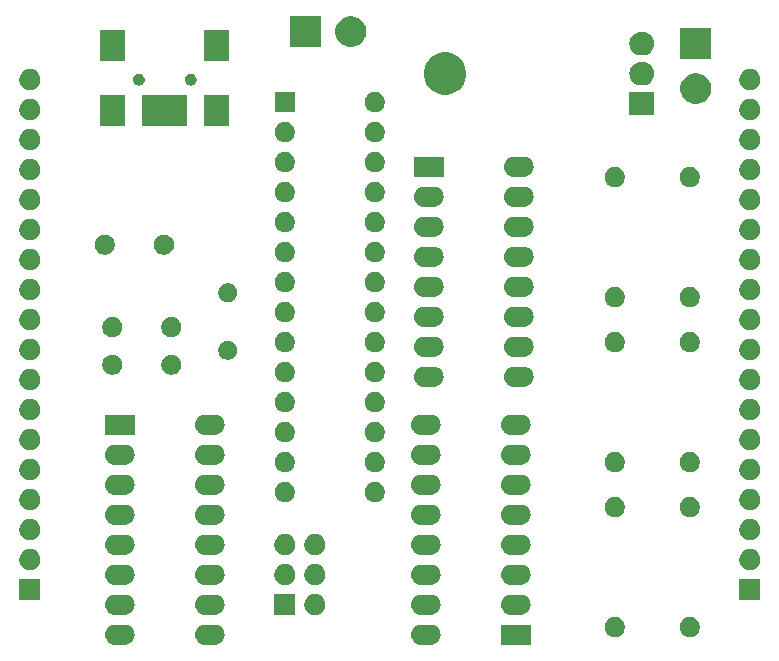
<source format=gbr>
G04 #@! TF.GenerationSoftware,KiCad,Pcbnew,(5.1.5)-3*
G04 #@! TF.CreationDate,2020-03-12T17:38:11-04:00*
G04 #@! TF.ProjectId,PCB,5043422e-6b69-4636-9164-5f7063625858,rev?*
G04 #@! TF.SameCoordinates,Original*
G04 #@! TF.FileFunction,Soldermask,Top*
G04 #@! TF.FilePolarity,Negative*
%FSLAX46Y46*%
G04 Gerber Fmt 4.6, Leading zero omitted, Abs format (unit mm)*
G04 Created by KiCad (PCBNEW (5.1.5)-3) date 2020-03-12 17:38:11*
%MOMM*%
%LPD*%
G04 APERTURE LIST*
%ADD10C,0.100000*%
G04 APERTURE END LIST*
D10*
G36*
X119946823Y-147751313D02*
G01*
X120107242Y-147799976D01*
X120239906Y-147870886D01*
X120255078Y-147878996D01*
X120384659Y-147985341D01*
X120491004Y-148114922D01*
X120491005Y-148114924D01*
X120570024Y-148262758D01*
X120618687Y-148423177D01*
X120635117Y-148590000D01*
X120618687Y-148756823D01*
X120570024Y-148917242D01*
X120499114Y-149049906D01*
X120491004Y-149065078D01*
X120384659Y-149194659D01*
X120255078Y-149301004D01*
X120255076Y-149301005D01*
X120107242Y-149380024D01*
X119946823Y-149428687D01*
X119821804Y-149441000D01*
X118938196Y-149441000D01*
X118813177Y-149428687D01*
X118652758Y-149380024D01*
X118504924Y-149301005D01*
X118504922Y-149301004D01*
X118375341Y-149194659D01*
X118268996Y-149065078D01*
X118260886Y-149049906D01*
X118189976Y-148917242D01*
X118141313Y-148756823D01*
X118124883Y-148590000D01*
X118141313Y-148423177D01*
X118189976Y-148262758D01*
X118268995Y-148114924D01*
X118268996Y-148114922D01*
X118375341Y-147985341D01*
X118504922Y-147878996D01*
X118520094Y-147870886D01*
X118652758Y-147799976D01*
X118813177Y-147751313D01*
X118938196Y-147739000D01*
X119821804Y-147739000D01*
X119946823Y-147751313D01*
G37*
G36*
X138234823Y-147751313D02*
G01*
X138395242Y-147799976D01*
X138527906Y-147870886D01*
X138543078Y-147878996D01*
X138672659Y-147985341D01*
X138779004Y-148114922D01*
X138779005Y-148114924D01*
X138858024Y-148262758D01*
X138906687Y-148423177D01*
X138923117Y-148590000D01*
X138906687Y-148756823D01*
X138858024Y-148917242D01*
X138787114Y-149049906D01*
X138779004Y-149065078D01*
X138672659Y-149194659D01*
X138543078Y-149301004D01*
X138543076Y-149301005D01*
X138395242Y-149380024D01*
X138234823Y-149428687D01*
X138109804Y-149441000D01*
X137226196Y-149441000D01*
X137101177Y-149428687D01*
X136940758Y-149380024D01*
X136792924Y-149301005D01*
X136792922Y-149301004D01*
X136663341Y-149194659D01*
X136556996Y-149065078D01*
X136548886Y-149049906D01*
X136477976Y-148917242D01*
X136429313Y-148756823D01*
X136412883Y-148590000D01*
X136429313Y-148423177D01*
X136477976Y-148262758D01*
X136556995Y-148114924D01*
X136556996Y-148114922D01*
X136663341Y-147985341D01*
X136792922Y-147878996D01*
X136808094Y-147870886D01*
X136940758Y-147799976D01*
X137101177Y-147751313D01*
X137226196Y-147739000D01*
X138109804Y-147739000D01*
X138234823Y-147751313D01*
G37*
G36*
X146539000Y-149441000D02*
G01*
X144037000Y-149441000D01*
X144037000Y-147739000D01*
X146539000Y-147739000D01*
X146539000Y-149441000D01*
G37*
G36*
X112326823Y-147751313D02*
G01*
X112487242Y-147799976D01*
X112619906Y-147870886D01*
X112635078Y-147878996D01*
X112764659Y-147985341D01*
X112871004Y-148114922D01*
X112871005Y-148114924D01*
X112950024Y-148262758D01*
X112998687Y-148423177D01*
X113015117Y-148590000D01*
X112998687Y-148756823D01*
X112950024Y-148917242D01*
X112879114Y-149049906D01*
X112871004Y-149065078D01*
X112764659Y-149194659D01*
X112635078Y-149301004D01*
X112635076Y-149301005D01*
X112487242Y-149380024D01*
X112326823Y-149428687D01*
X112201804Y-149441000D01*
X111318196Y-149441000D01*
X111193177Y-149428687D01*
X111032758Y-149380024D01*
X110884924Y-149301005D01*
X110884922Y-149301004D01*
X110755341Y-149194659D01*
X110648996Y-149065078D01*
X110640886Y-149049906D01*
X110569976Y-148917242D01*
X110521313Y-148756823D01*
X110504883Y-148590000D01*
X110521313Y-148423177D01*
X110569976Y-148262758D01*
X110648995Y-148114924D01*
X110648996Y-148114922D01*
X110755341Y-147985341D01*
X110884922Y-147878996D01*
X110900094Y-147870886D01*
X111032758Y-147799976D01*
X111193177Y-147751313D01*
X111318196Y-147739000D01*
X112201804Y-147739000D01*
X112326823Y-147751313D01*
G37*
G36*
X160268228Y-147136703D02*
G01*
X160423100Y-147200853D01*
X160562481Y-147293985D01*
X160681015Y-147412519D01*
X160774147Y-147551900D01*
X160838297Y-147706772D01*
X160871000Y-147871184D01*
X160871000Y-148038816D01*
X160838297Y-148203228D01*
X160774147Y-148358100D01*
X160681015Y-148497481D01*
X160562481Y-148616015D01*
X160423100Y-148709147D01*
X160268228Y-148773297D01*
X160103816Y-148806000D01*
X159936184Y-148806000D01*
X159771772Y-148773297D01*
X159616900Y-148709147D01*
X159477519Y-148616015D01*
X159358985Y-148497481D01*
X159265853Y-148358100D01*
X159201703Y-148203228D01*
X159169000Y-148038816D01*
X159169000Y-147871184D01*
X159201703Y-147706772D01*
X159265853Y-147551900D01*
X159358985Y-147412519D01*
X159477519Y-147293985D01*
X159616900Y-147200853D01*
X159771772Y-147136703D01*
X159936184Y-147104000D01*
X160103816Y-147104000D01*
X160268228Y-147136703D01*
G37*
G36*
X153918228Y-147136703D02*
G01*
X154073100Y-147200853D01*
X154212481Y-147293985D01*
X154331015Y-147412519D01*
X154424147Y-147551900D01*
X154488297Y-147706772D01*
X154521000Y-147871184D01*
X154521000Y-148038816D01*
X154488297Y-148203228D01*
X154424147Y-148358100D01*
X154331015Y-148497481D01*
X154212481Y-148616015D01*
X154073100Y-148709147D01*
X153918228Y-148773297D01*
X153753816Y-148806000D01*
X153586184Y-148806000D01*
X153421772Y-148773297D01*
X153266900Y-148709147D01*
X153127519Y-148616015D01*
X153008985Y-148497481D01*
X152915853Y-148358100D01*
X152851703Y-148203228D01*
X152819000Y-148038816D01*
X152819000Y-147871184D01*
X152851703Y-147706772D01*
X152915853Y-147551900D01*
X153008985Y-147412519D01*
X153127519Y-147293985D01*
X153266900Y-147200853D01*
X153421772Y-147136703D01*
X153586184Y-147104000D01*
X153753816Y-147104000D01*
X153918228Y-147136703D01*
G37*
G36*
X128383512Y-145153927D02*
G01*
X128532812Y-145183624D01*
X128696784Y-145251544D01*
X128844354Y-145350147D01*
X128969853Y-145475646D01*
X129068456Y-145623216D01*
X129136376Y-145787188D01*
X129171000Y-145961259D01*
X129171000Y-146138741D01*
X129136376Y-146312812D01*
X129068456Y-146476784D01*
X128969853Y-146624354D01*
X128844354Y-146749853D01*
X128696784Y-146848456D01*
X128532812Y-146916376D01*
X128383512Y-146946073D01*
X128358742Y-146951000D01*
X128181258Y-146951000D01*
X128156488Y-146946073D01*
X128007188Y-146916376D01*
X127843216Y-146848456D01*
X127695646Y-146749853D01*
X127570147Y-146624354D01*
X127471544Y-146476784D01*
X127403624Y-146312812D01*
X127369000Y-146138741D01*
X127369000Y-145961259D01*
X127403624Y-145787188D01*
X127471544Y-145623216D01*
X127570147Y-145475646D01*
X127695646Y-145350147D01*
X127843216Y-145251544D01*
X128007188Y-145183624D01*
X128156488Y-145153927D01*
X128181258Y-145149000D01*
X128358742Y-145149000D01*
X128383512Y-145153927D01*
G37*
G36*
X126631000Y-146951000D02*
G01*
X124829000Y-146951000D01*
X124829000Y-145149000D01*
X126631000Y-145149000D01*
X126631000Y-146951000D01*
G37*
G36*
X112326823Y-145211313D02*
G01*
X112487242Y-145259976D01*
X112619906Y-145330886D01*
X112635078Y-145338996D01*
X112764659Y-145445341D01*
X112871004Y-145574922D01*
X112871005Y-145574924D01*
X112950024Y-145722758D01*
X112998687Y-145883177D01*
X113015117Y-146050000D01*
X112998687Y-146216823D01*
X112950024Y-146377242D01*
X112879114Y-146509906D01*
X112871004Y-146525078D01*
X112764659Y-146654659D01*
X112635078Y-146761004D01*
X112635076Y-146761005D01*
X112487242Y-146840024D01*
X112326823Y-146888687D01*
X112201804Y-146901000D01*
X111318196Y-146901000D01*
X111193177Y-146888687D01*
X111032758Y-146840024D01*
X110884924Y-146761005D01*
X110884922Y-146761004D01*
X110755341Y-146654659D01*
X110648996Y-146525078D01*
X110640886Y-146509906D01*
X110569976Y-146377242D01*
X110521313Y-146216823D01*
X110504883Y-146050000D01*
X110521313Y-145883177D01*
X110569976Y-145722758D01*
X110648995Y-145574924D01*
X110648996Y-145574922D01*
X110755341Y-145445341D01*
X110884922Y-145338996D01*
X110900094Y-145330886D01*
X111032758Y-145259976D01*
X111193177Y-145211313D01*
X111318196Y-145199000D01*
X112201804Y-145199000D01*
X112326823Y-145211313D01*
G37*
G36*
X145854823Y-145211313D02*
G01*
X146015242Y-145259976D01*
X146147906Y-145330886D01*
X146163078Y-145338996D01*
X146292659Y-145445341D01*
X146399004Y-145574922D01*
X146399005Y-145574924D01*
X146478024Y-145722758D01*
X146526687Y-145883177D01*
X146543117Y-146050000D01*
X146526687Y-146216823D01*
X146478024Y-146377242D01*
X146407114Y-146509906D01*
X146399004Y-146525078D01*
X146292659Y-146654659D01*
X146163078Y-146761004D01*
X146163076Y-146761005D01*
X146015242Y-146840024D01*
X145854823Y-146888687D01*
X145729804Y-146901000D01*
X144846196Y-146901000D01*
X144721177Y-146888687D01*
X144560758Y-146840024D01*
X144412924Y-146761005D01*
X144412922Y-146761004D01*
X144283341Y-146654659D01*
X144176996Y-146525078D01*
X144168886Y-146509906D01*
X144097976Y-146377242D01*
X144049313Y-146216823D01*
X144032883Y-146050000D01*
X144049313Y-145883177D01*
X144097976Y-145722758D01*
X144176995Y-145574924D01*
X144176996Y-145574922D01*
X144283341Y-145445341D01*
X144412922Y-145338996D01*
X144428094Y-145330886D01*
X144560758Y-145259976D01*
X144721177Y-145211313D01*
X144846196Y-145199000D01*
X145729804Y-145199000D01*
X145854823Y-145211313D01*
G37*
G36*
X119946823Y-145211313D02*
G01*
X120107242Y-145259976D01*
X120239906Y-145330886D01*
X120255078Y-145338996D01*
X120384659Y-145445341D01*
X120491004Y-145574922D01*
X120491005Y-145574924D01*
X120570024Y-145722758D01*
X120618687Y-145883177D01*
X120635117Y-146050000D01*
X120618687Y-146216823D01*
X120570024Y-146377242D01*
X120499114Y-146509906D01*
X120491004Y-146525078D01*
X120384659Y-146654659D01*
X120255078Y-146761004D01*
X120255076Y-146761005D01*
X120107242Y-146840024D01*
X119946823Y-146888687D01*
X119821804Y-146901000D01*
X118938196Y-146901000D01*
X118813177Y-146888687D01*
X118652758Y-146840024D01*
X118504924Y-146761005D01*
X118504922Y-146761004D01*
X118375341Y-146654659D01*
X118268996Y-146525078D01*
X118260886Y-146509906D01*
X118189976Y-146377242D01*
X118141313Y-146216823D01*
X118124883Y-146050000D01*
X118141313Y-145883177D01*
X118189976Y-145722758D01*
X118268995Y-145574924D01*
X118268996Y-145574922D01*
X118375341Y-145445341D01*
X118504922Y-145338996D01*
X118520094Y-145330886D01*
X118652758Y-145259976D01*
X118813177Y-145211313D01*
X118938196Y-145199000D01*
X119821804Y-145199000D01*
X119946823Y-145211313D01*
G37*
G36*
X138234823Y-145211313D02*
G01*
X138395242Y-145259976D01*
X138527906Y-145330886D01*
X138543078Y-145338996D01*
X138672659Y-145445341D01*
X138779004Y-145574922D01*
X138779005Y-145574924D01*
X138858024Y-145722758D01*
X138906687Y-145883177D01*
X138923117Y-146050000D01*
X138906687Y-146216823D01*
X138858024Y-146377242D01*
X138787114Y-146509906D01*
X138779004Y-146525078D01*
X138672659Y-146654659D01*
X138543078Y-146761004D01*
X138543076Y-146761005D01*
X138395242Y-146840024D01*
X138234823Y-146888687D01*
X138109804Y-146901000D01*
X137226196Y-146901000D01*
X137101177Y-146888687D01*
X136940758Y-146840024D01*
X136792924Y-146761005D01*
X136792922Y-146761004D01*
X136663341Y-146654659D01*
X136556996Y-146525078D01*
X136548886Y-146509906D01*
X136477976Y-146377242D01*
X136429313Y-146216823D01*
X136412883Y-146050000D01*
X136429313Y-145883177D01*
X136477976Y-145722758D01*
X136556995Y-145574924D01*
X136556996Y-145574922D01*
X136663341Y-145445341D01*
X136792922Y-145338996D01*
X136808094Y-145330886D01*
X136940758Y-145259976D01*
X137101177Y-145211313D01*
X137226196Y-145199000D01*
X138109804Y-145199000D01*
X138234823Y-145211313D01*
G37*
G36*
X105041000Y-145681000D02*
G01*
X103239000Y-145681000D01*
X103239000Y-143879000D01*
X105041000Y-143879000D01*
X105041000Y-145681000D01*
G37*
G36*
X166001000Y-145681000D02*
G01*
X164199000Y-145681000D01*
X164199000Y-143879000D01*
X166001000Y-143879000D01*
X166001000Y-145681000D01*
G37*
G36*
X128383512Y-142613927D02*
G01*
X128532812Y-142643624D01*
X128696784Y-142711544D01*
X128844354Y-142810147D01*
X128969853Y-142935646D01*
X129068456Y-143083216D01*
X129136376Y-143247188D01*
X129171000Y-143421259D01*
X129171000Y-143598741D01*
X129136376Y-143772812D01*
X129068456Y-143936784D01*
X128969853Y-144084354D01*
X128844354Y-144209853D01*
X128696784Y-144308456D01*
X128532812Y-144376376D01*
X128383512Y-144406073D01*
X128358742Y-144411000D01*
X128181258Y-144411000D01*
X128156488Y-144406073D01*
X128007188Y-144376376D01*
X127843216Y-144308456D01*
X127695646Y-144209853D01*
X127570147Y-144084354D01*
X127471544Y-143936784D01*
X127403624Y-143772812D01*
X127369000Y-143598741D01*
X127369000Y-143421259D01*
X127403624Y-143247188D01*
X127471544Y-143083216D01*
X127570147Y-142935646D01*
X127695646Y-142810147D01*
X127843216Y-142711544D01*
X128007188Y-142643624D01*
X128156488Y-142613927D01*
X128181258Y-142609000D01*
X128358742Y-142609000D01*
X128383512Y-142613927D01*
G37*
G36*
X125843512Y-142613927D02*
G01*
X125992812Y-142643624D01*
X126156784Y-142711544D01*
X126304354Y-142810147D01*
X126429853Y-142935646D01*
X126528456Y-143083216D01*
X126596376Y-143247188D01*
X126631000Y-143421259D01*
X126631000Y-143598741D01*
X126596376Y-143772812D01*
X126528456Y-143936784D01*
X126429853Y-144084354D01*
X126304354Y-144209853D01*
X126156784Y-144308456D01*
X125992812Y-144376376D01*
X125843512Y-144406073D01*
X125818742Y-144411000D01*
X125641258Y-144411000D01*
X125616488Y-144406073D01*
X125467188Y-144376376D01*
X125303216Y-144308456D01*
X125155646Y-144209853D01*
X125030147Y-144084354D01*
X124931544Y-143936784D01*
X124863624Y-143772812D01*
X124829000Y-143598741D01*
X124829000Y-143421259D01*
X124863624Y-143247188D01*
X124931544Y-143083216D01*
X125030147Y-142935646D01*
X125155646Y-142810147D01*
X125303216Y-142711544D01*
X125467188Y-142643624D01*
X125616488Y-142613927D01*
X125641258Y-142609000D01*
X125818742Y-142609000D01*
X125843512Y-142613927D01*
G37*
G36*
X138234823Y-142671313D02*
G01*
X138395242Y-142719976D01*
X138527906Y-142790886D01*
X138543078Y-142798996D01*
X138672659Y-142905341D01*
X138779004Y-143034922D01*
X138779005Y-143034924D01*
X138858024Y-143182758D01*
X138906687Y-143343177D01*
X138923117Y-143510000D01*
X138906687Y-143676823D01*
X138858024Y-143837242D01*
X138787114Y-143969906D01*
X138779004Y-143985078D01*
X138672659Y-144114659D01*
X138543078Y-144221004D01*
X138543076Y-144221005D01*
X138395242Y-144300024D01*
X138234823Y-144348687D01*
X138109804Y-144361000D01*
X137226196Y-144361000D01*
X137101177Y-144348687D01*
X136940758Y-144300024D01*
X136792924Y-144221005D01*
X136792922Y-144221004D01*
X136663341Y-144114659D01*
X136556996Y-143985078D01*
X136548886Y-143969906D01*
X136477976Y-143837242D01*
X136429313Y-143676823D01*
X136412883Y-143510000D01*
X136429313Y-143343177D01*
X136477976Y-143182758D01*
X136556995Y-143034924D01*
X136556996Y-143034922D01*
X136663341Y-142905341D01*
X136792922Y-142798996D01*
X136808094Y-142790886D01*
X136940758Y-142719976D01*
X137101177Y-142671313D01*
X137226196Y-142659000D01*
X138109804Y-142659000D01*
X138234823Y-142671313D01*
G37*
G36*
X145854823Y-142671313D02*
G01*
X146015242Y-142719976D01*
X146147906Y-142790886D01*
X146163078Y-142798996D01*
X146292659Y-142905341D01*
X146399004Y-143034922D01*
X146399005Y-143034924D01*
X146478024Y-143182758D01*
X146526687Y-143343177D01*
X146543117Y-143510000D01*
X146526687Y-143676823D01*
X146478024Y-143837242D01*
X146407114Y-143969906D01*
X146399004Y-143985078D01*
X146292659Y-144114659D01*
X146163078Y-144221004D01*
X146163076Y-144221005D01*
X146015242Y-144300024D01*
X145854823Y-144348687D01*
X145729804Y-144361000D01*
X144846196Y-144361000D01*
X144721177Y-144348687D01*
X144560758Y-144300024D01*
X144412924Y-144221005D01*
X144412922Y-144221004D01*
X144283341Y-144114659D01*
X144176996Y-143985078D01*
X144168886Y-143969906D01*
X144097976Y-143837242D01*
X144049313Y-143676823D01*
X144032883Y-143510000D01*
X144049313Y-143343177D01*
X144097976Y-143182758D01*
X144176995Y-143034924D01*
X144176996Y-143034922D01*
X144283341Y-142905341D01*
X144412922Y-142798996D01*
X144428094Y-142790886D01*
X144560758Y-142719976D01*
X144721177Y-142671313D01*
X144846196Y-142659000D01*
X145729804Y-142659000D01*
X145854823Y-142671313D01*
G37*
G36*
X119946823Y-142671313D02*
G01*
X120107242Y-142719976D01*
X120239906Y-142790886D01*
X120255078Y-142798996D01*
X120384659Y-142905341D01*
X120491004Y-143034922D01*
X120491005Y-143034924D01*
X120570024Y-143182758D01*
X120618687Y-143343177D01*
X120635117Y-143510000D01*
X120618687Y-143676823D01*
X120570024Y-143837242D01*
X120499114Y-143969906D01*
X120491004Y-143985078D01*
X120384659Y-144114659D01*
X120255078Y-144221004D01*
X120255076Y-144221005D01*
X120107242Y-144300024D01*
X119946823Y-144348687D01*
X119821804Y-144361000D01*
X118938196Y-144361000D01*
X118813177Y-144348687D01*
X118652758Y-144300024D01*
X118504924Y-144221005D01*
X118504922Y-144221004D01*
X118375341Y-144114659D01*
X118268996Y-143985078D01*
X118260886Y-143969906D01*
X118189976Y-143837242D01*
X118141313Y-143676823D01*
X118124883Y-143510000D01*
X118141313Y-143343177D01*
X118189976Y-143182758D01*
X118268995Y-143034924D01*
X118268996Y-143034922D01*
X118375341Y-142905341D01*
X118504922Y-142798996D01*
X118520094Y-142790886D01*
X118652758Y-142719976D01*
X118813177Y-142671313D01*
X118938196Y-142659000D01*
X119821804Y-142659000D01*
X119946823Y-142671313D01*
G37*
G36*
X112326823Y-142671313D02*
G01*
X112487242Y-142719976D01*
X112619906Y-142790886D01*
X112635078Y-142798996D01*
X112764659Y-142905341D01*
X112871004Y-143034922D01*
X112871005Y-143034924D01*
X112950024Y-143182758D01*
X112998687Y-143343177D01*
X113015117Y-143510000D01*
X112998687Y-143676823D01*
X112950024Y-143837242D01*
X112879114Y-143969906D01*
X112871004Y-143985078D01*
X112764659Y-144114659D01*
X112635078Y-144221004D01*
X112635076Y-144221005D01*
X112487242Y-144300024D01*
X112326823Y-144348687D01*
X112201804Y-144361000D01*
X111318196Y-144361000D01*
X111193177Y-144348687D01*
X111032758Y-144300024D01*
X110884924Y-144221005D01*
X110884922Y-144221004D01*
X110755341Y-144114659D01*
X110648996Y-143985078D01*
X110640886Y-143969906D01*
X110569976Y-143837242D01*
X110521313Y-143676823D01*
X110504883Y-143510000D01*
X110521313Y-143343177D01*
X110569976Y-143182758D01*
X110648995Y-143034924D01*
X110648996Y-143034922D01*
X110755341Y-142905341D01*
X110884922Y-142798996D01*
X110900094Y-142790886D01*
X111032758Y-142719976D01*
X111193177Y-142671313D01*
X111318196Y-142659000D01*
X112201804Y-142659000D01*
X112326823Y-142671313D01*
G37*
G36*
X104253512Y-141343927D02*
G01*
X104402812Y-141373624D01*
X104566784Y-141441544D01*
X104714354Y-141540147D01*
X104839853Y-141665646D01*
X104938456Y-141813216D01*
X105006376Y-141977188D01*
X105041000Y-142151259D01*
X105041000Y-142328741D01*
X105006376Y-142502812D01*
X104938456Y-142666784D01*
X104839853Y-142814354D01*
X104714354Y-142939853D01*
X104566784Y-143038456D01*
X104402812Y-143106376D01*
X104253512Y-143136073D01*
X104228742Y-143141000D01*
X104051258Y-143141000D01*
X104026488Y-143136073D01*
X103877188Y-143106376D01*
X103713216Y-143038456D01*
X103565646Y-142939853D01*
X103440147Y-142814354D01*
X103341544Y-142666784D01*
X103273624Y-142502812D01*
X103239000Y-142328741D01*
X103239000Y-142151259D01*
X103273624Y-141977188D01*
X103341544Y-141813216D01*
X103440147Y-141665646D01*
X103565646Y-141540147D01*
X103713216Y-141441544D01*
X103877188Y-141373624D01*
X104026488Y-141343927D01*
X104051258Y-141339000D01*
X104228742Y-141339000D01*
X104253512Y-141343927D01*
G37*
G36*
X165213512Y-141343927D02*
G01*
X165362812Y-141373624D01*
X165526784Y-141441544D01*
X165674354Y-141540147D01*
X165799853Y-141665646D01*
X165898456Y-141813216D01*
X165966376Y-141977188D01*
X166001000Y-142151259D01*
X166001000Y-142328741D01*
X165966376Y-142502812D01*
X165898456Y-142666784D01*
X165799853Y-142814354D01*
X165674354Y-142939853D01*
X165526784Y-143038456D01*
X165362812Y-143106376D01*
X165213512Y-143136073D01*
X165188742Y-143141000D01*
X165011258Y-143141000D01*
X164986488Y-143136073D01*
X164837188Y-143106376D01*
X164673216Y-143038456D01*
X164525646Y-142939853D01*
X164400147Y-142814354D01*
X164301544Y-142666784D01*
X164233624Y-142502812D01*
X164199000Y-142328741D01*
X164199000Y-142151259D01*
X164233624Y-141977188D01*
X164301544Y-141813216D01*
X164400147Y-141665646D01*
X164525646Y-141540147D01*
X164673216Y-141441544D01*
X164837188Y-141373624D01*
X164986488Y-141343927D01*
X165011258Y-141339000D01*
X165188742Y-141339000D01*
X165213512Y-141343927D01*
G37*
G36*
X128383512Y-140073927D02*
G01*
X128532812Y-140103624D01*
X128696784Y-140171544D01*
X128844354Y-140270147D01*
X128969853Y-140395646D01*
X129068456Y-140543216D01*
X129136376Y-140707188D01*
X129171000Y-140881259D01*
X129171000Y-141058741D01*
X129136376Y-141232812D01*
X129068456Y-141396784D01*
X128969853Y-141544354D01*
X128844354Y-141669853D01*
X128696784Y-141768456D01*
X128532812Y-141836376D01*
X128383512Y-141866073D01*
X128358742Y-141871000D01*
X128181258Y-141871000D01*
X128156488Y-141866073D01*
X128007188Y-141836376D01*
X127843216Y-141768456D01*
X127695646Y-141669853D01*
X127570147Y-141544354D01*
X127471544Y-141396784D01*
X127403624Y-141232812D01*
X127369000Y-141058741D01*
X127369000Y-140881259D01*
X127403624Y-140707188D01*
X127471544Y-140543216D01*
X127570147Y-140395646D01*
X127695646Y-140270147D01*
X127843216Y-140171544D01*
X128007188Y-140103624D01*
X128156488Y-140073927D01*
X128181258Y-140069000D01*
X128358742Y-140069000D01*
X128383512Y-140073927D01*
G37*
G36*
X125843512Y-140073927D02*
G01*
X125992812Y-140103624D01*
X126156784Y-140171544D01*
X126304354Y-140270147D01*
X126429853Y-140395646D01*
X126528456Y-140543216D01*
X126596376Y-140707188D01*
X126631000Y-140881259D01*
X126631000Y-141058741D01*
X126596376Y-141232812D01*
X126528456Y-141396784D01*
X126429853Y-141544354D01*
X126304354Y-141669853D01*
X126156784Y-141768456D01*
X125992812Y-141836376D01*
X125843512Y-141866073D01*
X125818742Y-141871000D01*
X125641258Y-141871000D01*
X125616488Y-141866073D01*
X125467188Y-141836376D01*
X125303216Y-141768456D01*
X125155646Y-141669853D01*
X125030147Y-141544354D01*
X124931544Y-141396784D01*
X124863624Y-141232812D01*
X124829000Y-141058741D01*
X124829000Y-140881259D01*
X124863624Y-140707188D01*
X124931544Y-140543216D01*
X125030147Y-140395646D01*
X125155646Y-140270147D01*
X125303216Y-140171544D01*
X125467188Y-140103624D01*
X125616488Y-140073927D01*
X125641258Y-140069000D01*
X125818742Y-140069000D01*
X125843512Y-140073927D01*
G37*
G36*
X145854823Y-140131313D02*
G01*
X146015242Y-140179976D01*
X146147906Y-140250886D01*
X146163078Y-140258996D01*
X146292659Y-140365341D01*
X146399004Y-140494922D01*
X146399005Y-140494924D01*
X146478024Y-140642758D01*
X146526687Y-140803177D01*
X146543117Y-140970000D01*
X146526687Y-141136823D01*
X146478024Y-141297242D01*
X146407114Y-141429906D01*
X146399004Y-141445078D01*
X146292659Y-141574659D01*
X146163078Y-141681004D01*
X146163076Y-141681005D01*
X146015242Y-141760024D01*
X145854823Y-141808687D01*
X145729804Y-141821000D01*
X144846196Y-141821000D01*
X144721177Y-141808687D01*
X144560758Y-141760024D01*
X144412924Y-141681005D01*
X144412922Y-141681004D01*
X144283341Y-141574659D01*
X144176996Y-141445078D01*
X144168886Y-141429906D01*
X144097976Y-141297242D01*
X144049313Y-141136823D01*
X144032883Y-140970000D01*
X144049313Y-140803177D01*
X144097976Y-140642758D01*
X144176995Y-140494924D01*
X144176996Y-140494922D01*
X144283341Y-140365341D01*
X144412922Y-140258996D01*
X144428094Y-140250886D01*
X144560758Y-140179976D01*
X144721177Y-140131313D01*
X144846196Y-140119000D01*
X145729804Y-140119000D01*
X145854823Y-140131313D01*
G37*
G36*
X112326823Y-140131313D02*
G01*
X112487242Y-140179976D01*
X112619906Y-140250886D01*
X112635078Y-140258996D01*
X112764659Y-140365341D01*
X112871004Y-140494922D01*
X112871005Y-140494924D01*
X112950024Y-140642758D01*
X112998687Y-140803177D01*
X113015117Y-140970000D01*
X112998687Y-141136823D01*
X112950024Y-141297242D01*
X112879114Y-141429906D01*
X112871004Y-141445078D01*
X112764659Y-141574659D01*
X112635078Y-141681004D01*
X112635076Y-141681005D01*
X112487242Y-141760024D01*
X112326823Y-141808687D01*
X112201804Y-141821000D01*
X111318196Y-141821000D01*
X111193177Y-141808687D01*
X111032758Y-141760024D01*
X110884924Y-141681005D01*
X110884922Y-141681004D01*
X110755341Y-141574659D01*
X110648996Y-141445078D01*
X110640886Y-141429906D01*
X110569976Y-141297242D01*
X110521313Y-141136823D01*
X110504883Y-140970000D01*
X110521313Y-140803177D01*
X110569976Y-140642758D01*
X110648995Y-140494924D01*
X110648996Y-140494922D01*
X110755341Y-140365341D01*
X110884922Y-140258996D01*
X110900094Y-140250886D01*
X111032758Y-140179976D01*
X111193177Y-140131313D01*
X111318196Y-140119000D01*
X112201804Y-140119000D01*
X112326823Y-140131313D01*
G37*
G36*
X119946823Y-140131313D02*
G01*
X120107242Y-140179976D01*
X120239906Y-140250886D01*
X120255078Y-140258996D01*
X120384659Y-140365341D01*
X120491004Y-140494922D01*
X120491005Y-140494924D01*
X120570024Y-140642758D01*
X120618687Y-140803177D01*
X120635117Y-140970000D01*
X120618687Y-141136823D01*
X120570024Y-141297242D01*
X120499114Y-141429906D01*
X120491004Y-141445078D01*
X120384659Y-141574659D01*
X120255078Y-141681004D01*
X120255076Y-141681005D01*
X120107242Y-141760024D01*
X119946823Y-141808687D01*
X119821804Y-141821000D01*
X118938196Y-141821000D01*
X118813177Y-141808687D01*
X118652758Y-141760024D01*
X118504924Y-141681005D01*
X118504922Y-141681004D01*
X118375341Y-141574659D01*
X118268996Y-141445078D01*
X118260886Y-141429906D01*
X118189976Y-141297242D01*
X118141313Y-141136823D01*
X118124883Y-140970000D01*
X118141313Y-140803177D01*
X118189976Y-140642758D01*
X118268995Y-140494924D01*
X118268996Y-140494922D01*
X118375341Y-140365341D01*
X118504922Y-140258996D01*
X118520094Y-140250886D01*
X118652758Y-140179976D01*
X118813177Y-140131313D01*
X118938196Y-140119000D01*
X119821804Y-140119000D01*
X119946823Y-140131313D01*
G37*
G36*
X138234823Y-140131313D02*
G01*
X138395242Y-140179976D01*
X138527906Y-140250886D01*
X138543078Y-140258996D01*
X138672659Y-140365341D01*
X138779004Y-140494922D01*
X138779005Y-140494924D01*
X138858024Y-140642758D01*
X138906687Y-140803177D01*
X138923117Y-140970000D01*
X138906687Y-141136823D01*
X138858024Y-141297242D01*
X138787114Y-141429906D01*
X138779004Y-141445078D01*
X138672659Y-141574659D01*
X138543078Y-141681004D01*
X138543076Y-141681005D01*
X138395242Y-141760024D01*
X138234823Y-141808687D01*
X138109804Y-141821000D01*
X137226196Y-141821000D01*
X137101177Y-141808687D01*
X136940758Y-141760024D01*
X136792924Y-141681005D01*
X136792922Y-141681004D01*
X136663341Y-141574659D01*
X136556996Y-141445078D01*
X136548886Y-141429906D01*
X136477976Y-141297242D01*
X136429313Y-141136823D01*
X136412883Y-140970000D01*
X136429313Y-140803177D01*
X136477976Y-140642758D01*
X136556995Y-140494924D01*
X136556996Y-140494922D01*
X136663341Y-140365341D01*
X136792922Y-140258996D01*
X136808094Y-140250886D01*
X136940758Y-140179976D01*
X137101177Y-140131313D01*
X137226196Y-140119000D01*
X138109804Y-140119000D01*
X138234823Y-140131313D01*
G37*
G36*
X165213512Y-138803927D02*
G01*
X165362812Y-138833624D01*
X165526784Y-138901544D01*
X165674354Y-139000147D01*
X165799853Y-139125646D01*
X165898456Y-139273216D01*
X165966376Y-139437188D01*
X166001000Y-139611259D01*
X166001000Y-139788741D01*
X165966376Y-139962812D01*
X165898456Y-140126784D01*
X165799853Y-140274354D01*
X165674354Y-140399853D01*
X165526784Y-140498456D01*
X165362812Y-140566376D01*
X165213512Y-140596073D01*
X165188742Y-140601000D01*
X165011258Y-140601000D01*
X164986488Y-140596073D01*
X164837188Y-140566376D01*
X164673216Y-140498456D01*
X164525646Y-140399853D01*
X164400147Y-140274354D01*
X164301544Y-140126784D01*
X164233624Y-139962812D01*
X164199000Y-139788741D01*
X164199000Y-139611259D01*
X164233624Y-139437188D01*
X164301544Y-139273216D01*
X164400147Y-139125646D01*
X164525646Y-139000147D01*
X164673216Y-138901544D01*
X164837188Y-138833624D01*
X164986488Y-138803927D01*
X165011258Y-138799000D01*
X165188742Y-138799000D01*
X165213512Y-138803927D01*
G37*
G36*
X104253512Y-138803927D02*
G01*
X104402812Y-138833624D01*
X104566784Y-138901544D01*
X104714354Y-139000147D01*
X104839853Y-139125646D01*
X104938456Y-139273216D01*
X105006376Y-139437188D01*
X105041000Y-139611259D01*
X105041000Y-139788741D01*
X105006376Y-139962812D01*
X104938456Y-140126784D01*
X104839853Y-140274354D01*
X104714354Y-140399853D01*
X104566784Y-140498456D01*
X104402812Y-140566376D01*
X104253512Y-140596073D01*
X104228742Y-140601000D01*
X104051258Y-140601000D01*
X104026488Y-140596073D01*
X103877188Y-140566376D01*
X103713216Y-140498456D01*
X103565646Y-140399853D01*
X103440147Y-140274354D01*
X103341544Y-140126784D01*
X103273624Y-139962812D01*
X103239000Y-139788741D01*
X103239000Y-139611259D01*
X103273624Y-139437188D01*
X103341544Y-139273216D01*
X103440147Y-139125646D01*
X103565646Y-139000147D01*
X103713216Y-138901544D01*
X103877188Y-138833624D01*
X104026488Y-138803927D01*
X104051258Y-138799000D01*
X104228742Y-138799000D01*
X104253512Y-138803927D01*
G37*
G36*
X145854823Y-137591313D02*
G01*
X146015242Y-137639976D01*
X146147906Y-137710886D01*
X146163078Y-137718996D01*
X146292659Y-137825341D01*
X146399004Y-137954922D01*
X146399005Y-137954924D01*
X146478024Y-138102758D01*
X146526687Y-138263177D01*
X146543117Y-138430000D01*
X146526687Y-138596823D01*
X146478024Y-138757242D01*
X146437197Y-138833624D01*
X146399004Y-138905078D01*
X146292659Y-139034659D01*
X146163078Y-139141004D01*
X146163076Y-139141005D01*
X146015242Y-139220024D01*
X145854823Y-139268687D01*
X145729804Y-139281000D01*
X144846196Y-139281000D01*
X144721177Y-139268687D01*
X144560758Y-139220024D01*
X144412924Y-139141005D01*
X144412922Y-139141004D01*
X144283341Y-139034659D01*
X144176996Y-138905078D01*
X144138803Y-138833624D01*
X144097976Y-138757242D01*
X144049313Y-138596823D01*
X144032883Y-138430000D01*
X144049313Y-138263177D01*
X144097976Y-138102758D01*
X144176995Y-137954924D01*
X144176996Y-137954922D01*
X144283341Y-137825341D01*
X144412922Y-137718996D01*
X144428094Y-137710886D01*
X144560758Y-137639976D01*
X144721177Y-137591313D01*
X144846196Y-137579000D01*
X145729804Y-137579000D01*
X145854823Y-137591313D01*
G37*
G36*
X119946823Y-137591313D02*
G01*
X120107242Y-137639976D01*
X120239906Y-137710886D01*
X120255078Y-137718996D01*
X120384659Y-137825341D01*
X120491004Y-137954922D01*
X120491005Y-137954924D01*
X120570024Y-138102758D01*
X120618687Y-138263177D01*
X120635117Y-138430000D01*
X120618687Y-138596823D01*
X120570024Y-138757242D01*
X120529197Y-138833624D01*
X120491004Y-138905078D01*
X120384659Y-139034659D01*
X120255078Y-139141004D01*
X120255076Y-139141005D01*
X120107242Y-139220024D01*
X119946823Y-139268687D01*
X119821804Y-139281000D01*
X118938196Y-139281000D01*
X118813177Y-139268687D01*
X118652758Y-139220024D01*
X118504924Y-139141005D01*
X118504922Y-139141004D01*
X118375341Y-139034659D01*
X118268996Y-138905078D01*
X118230803Y-138833624D01*
X118189976Y-138757242D01*
X118141313Y-138596823D01*
X118124883Y-138430000D01*
X118141313Y-138263177D01*
X118189976Y-138102758D01*
X118268995Y-137954924D01*
X118268996Y-137954922D01*
X118375341Y-137825341D01*
X118504922Y-137718996D01*
X118520094Y-137710886D01*
X118652758Y-137639976D01*
X118813177Y-137591313D01*
X118938196Y-137579000D01*
X119821804Y-137579000D01*
X119946823Y-137591313D01*
G37*
G36*
X112326823Y-137591313D02*
G01*
X112487242Y-137639976D01*
X112619906Y-137710886D01*
X112635078Y-137718996D01*
X112764659Y-137825341D01*
X112871004Y-137954922D01*
X112871005Y-137954924D01*
X112950024Y-138102758D01*
X112998687Y-138263177D01*
X113015117Y-138430000D01*
X112998687Y-138596823D01*
X112950024Y-138757242D01*
X112909197Y-138833624D01*
X112871004Y-138905078D01*
X112764659Y-139034659D01*
X112635078Y-139141004D01*
X112635076Y-139141005D01*
X112487242Y-139220024D01*
X112326823Y-139268687D01*
X112201804Y-139281000D01*
X111318196Y-139281000D01*
X111193177Y-139268687D01*
X111032758Y-139220024D01*
X110884924Y-139141005D01*
X110884922Y-139141004D01*
X110755341Y-139034659D01*
X110648996Y-138905078D01*
X110610803Y-138833624D01*
X110569976Y-138757242D01*
X110521313Y-138596823D01*
X110504883Y-138430000D01*
X110521313Y-138263177D01*
X110569976Y-138102758D01*
X110648995Y-137954924D01*
X110648996Y-137954922D01*
X110755341Y-137825341D01*
X110884922Y-137718996D01*
X110900094Y-137710886D01*
X111032758Y-137639976D01*
X111193177Y-137591313D01*
X111318196Y-137579000D01*
X112201804Y-137579000D01*
X112326823Y-137591313D01*
G37*
G36*
X138234823Y-137591313D02*
G01*
X138395242Y-137639976D01*
X138527906Y-137710886D01*
X138543078Y-137718996D01*
X138672659Y-137825341D01*
X138779004Y-137954922D01*
X138779005Y-137954924D01*
X138858024Y-138102758D01*
X138906687Y-138263177D01*
X138923117Y-138430000D01*
X138906687Y-138596823D01*
X138858024Y-138757242D01*
X138817197Y-138833624D01*
X138779004Y-138905078D01*
X138672659Y-139034659D01*
X138543078Y-139141004D01*
X138543076Y-139141005D01*
X138395242Y-139220024D01*
X138234823Y-139268687D01*
X138109804Y-139281000D01*
X137226196Y-139281000D01*
X137101177Y-139268687D01*
X136940758Y-139220024D01*
X136792924Y-139141005D01*
X136792922Y-139141004D01*
X136663341Y-139034659D01*
X136556996Y-138905078D01*
X136518803Y-138833624D01*
X136477976Y-138757242D01*
X136429313Y-138596823D01*
X136412883Y-138430000D01*
X136429313Y-138263177D01*
X136477976Y-138102758D01*
X136556995Y-137954924D01*
X136556996Y-137954922D01*
X136663341Y-137825341D01*
X136792922Y-137718996D01*
X136808094Y-137710886D01*
X136940758Y-137639976D01*
X137101177Y-137591313D01*
X137226196Y-137579000D01*
X138109804Y-137579000D01*
X138234823Y-137591313D01*
G37*
G36*
X160268228Y-136976703D02*
G01*
X160423100Y-137040853D01*
X160562481Y-137133985D01*
X160681015Y-137252519D01*
X160774147Y-137391900D01*
X160838297Y-137546772D01*
X160871000Y-137711184D01*
X160871000Y-137878816D01*
X160838297Y-138043228D01*
X160774147Y-138198100D01*
X160681015Y-138337481D01*
X160562481Y-138456015D01*
X160423100Y-138549147D01*
X160268228Y-138613297D01*
X160103816Y-138646000D01*
X159936184Y-138646000D01*
X159771772Y-138613297D01*
X159616900Y-138549147D01*
X159477519Y-138456015D01*
X159358985Y-138337481D01*
X159265853Y-138198100D01*
X159201703Y-138043228D01*
X159169000Y-137878816D01*
X159169000Y-137711184D01*
X159201703Y-137546772D01*
X159265853Y-137391900D01*
X159358985Y-137252519D01*
X159477519Y-137133985D01*
X159616900Y-137040853D01*
X159771772Y-136976703D01*
X159936184Y-136944000D01*
X160103816Y-136944000D01*
X160268228Y-136976703D01*
G37*
G36*
X153918228Y-136976703D02*
G01*
X154073100Y-137040853D01*
X154212481Y-137133985D01*
X154331015Y-137252519D01*
X154424147Y-137391900D01*
X154488297Y-137546772D01*
X154521000Y-137711184D01*
X154521000Y-137878816D01*
X154488297Y-138043228D01*
X154424147Y-138198100D01*
X154331015Y-138337481D01*
X154212481Y-138456015D01*
X154073100Y-138549147D01*
X153918228Y-138613297D01*
X153753816Y-138646000D01*
X153586184Y-138646000D01*
X153421772Y-138613297D01*
X153266900Y-138549147D01*
X153127519Y-138456015D01*
X153008985Y-138337481D01*
X152915853Y-138198100D01*
X152851703Y-138043228D01*
X152819000Y-137878816D01*
X152819000Y-137711184D01*
X152851703Y-137546772D01*
X152915853Y-137391900D01*
X153008985Y-137252519D01*
X153127519Y-137133985D01*
X153266900Y-137040853D01*
X153421772Y-136976703D01*
X153586184Y-136944000D01*
X153753816Y-136944000D01*
X153918228Y-136976703D01*
G37*
G36*
X165213512Y-136263927D02*
G01*
X165362812Y-136293624D01*
X165526784Y-136361544D01*
X165674354Y-136460147D01*
X165799853Y-136585646D01*
X165898456Y-136733216D01*
X165966376Y-136897188D01*
X166001000Y-137071259D01*
X166001000Y-137248741D01*
X165966376Y-137422812D01*
X165898456Y-137586784D01*
X165799853Y-137734354D01*
X165674354Y-137859853D01*
X165526784Y-137958456D01*
X165362812Y-138026376D01*
X165213512Y-138056073D01*
X165188742Y-138061000D01*
X165011258Y-138061000D01*
X164986488Y-138056073D01*
X164837188Y-138026376D01*
X164673216Y-137958456D01*
X164525646Y-137859853D01*
X164400147Y-137734354D01*
X164301544Y-137586784D01*
X164233624Y-137422812D01*
X164199000Y-137248741D01*
X164199000Y-137071259D01*
X164233624Y-136897188D01*
X164301544Y-136733216D01*
X164400147Y-136585646D01*
X164525646Y-136460147D01*
X164673216Y-136361544D01*
X164837188Y-136293624D01*
X164986488Y-136263927D01*
X165011258Y-136259000D01*
X165188742Y-136259000D01*
X165213512Y-136263927D01*
G37*
G36*
X104253512Y-136263927D02*
G01*
X104402812Y-136293624D01*
X104566784Y-136361544D01*
X104714354Y-136460147D01*
X104839853Y-136585646D01*
X104938456Y-136733216D01*
X105006376Y-136897188D01*
X105041000Y-137071259D01*
X105041000Y-137248741D01*
X105006376Y-137422812D01*
X104938456Y-137586784D01*
X104839853Y-137734354D01*
X104714354Y-137859853D01*
X104566784Y-137958456D01*
X104402812Y-138026376D01*
X104253512Y-138056073D01*
X104228742Y-138061000D01*
X104051258Y-138061000D01*
X104026488Y-138056073D01*
X103877188Y-138026376D01*
X103713216Y-137958456D01*
X103565646Y-137859853D01*
X103440147Y-137734354D01*
X103341544Y-137586784D01*
X103273624Y-137422812D01*
X103239000Y-137248741D01*
X103239000Y-137071259D01*
X103273624Y-136897188D01*
X103341544Y-136733216D01*
X103440147Y-136585646D01*
X103565646Y-136460147D01*
X103713216Y-136361544D01*
X103877188Y-136293624D01*
X104026488Y-136263927D01*
X104051258Y-136259000D01*
X104228742Y-136259000D01*
X104253512Y-136263927D01*
G37*
G36*
X125978228Y-135706703D02*
G01*
X126133100Y-135770853D01*
X126272481Y-135863985D01*
X126391015Y-135982519D01*
X126484147Y-136121900D01*
X126548297Y-136276772D01*
X126581000Y-136441184D01*
X126581000Y-136608816D01*
X126548297Y-136773228D01*
X126484147Y-136928100D01*
X126391015Y-137067481D01*
X126272481Y-137186015D01*
X126133100Y-137279147D01*
X125978228Y-137343297D01*
X125813816Y-137376000D01*
X125646184Y-137376000D01*
X125481772Y-137343297D01*
X125326900Y-137279147D01*
X125187519Y-137186015D01*
X125068985Y-137067481D01*
X124975853Y-136928100D01*
X124911703Y-136773228D01*
X124879000Y-136608816D01*
X124879000Y-136441184D01*
X124911703Y-136276772D01*
X124975853Y-136121900D01*
X125068985Y-135982519D01*
X125187519Y-135863985D01*
X125326900Y-135770853D01*
X125481772Y-135706703D01*
X125646184Y-135674000D01*
X125813816Y-135674000D01*
X125978228Y-135706703D01*
G37*
G36*
X133598228Y-135706703D02*
G01*
X133753100Y-135770853D01*
X133892481Y-135863985D01*
X134011015Y-135982519D01*
X134104147Y-136121900D01*
X134168297Y-136276772D01*
X134201000Y-136441184D01*
X134201000Y-136608816D01*
X134168297Y-136773228D01*
X134104147Y-136928100D01*
X134011015Y-137067481D01*
X133892481Y-137186015D01*
X133753100Y-137279147D01*
X133598228Y-137343297D01*
X133433816Y-137376000D01*
X133266184Y-137376000D01*
X133101772Y-137343297D01*
X132946900Y-137279147D01*
X132807519Y-137186015D01*
X132688985Y-137067481D01*
X132595853Y-136928100D01*
X132531703Y-136773228D01*
X132499000Y-136608816D01*
X132499000Y-136441184D01*
X132531703Y-136276772D01*
X132595853Y-136121900D01*
X132688985Y-135982519D01*
X132807519Y-135863985D01*
X132946900Y-135770853D01*
X133101772Y-135706703D01*
X133266184Y-135674000D01*
X133433816Y-135674000D01*
X133598228Y-135706703D01*
G37*
G36*
X145854823Y-135051313D02*
G01*
X146015242Y-135099976D01*
X146147906Y-135170886D01*
X146163078Y-135178996D01*
X146292659Y-135285341D01*
X146399004Y-135414922D01*
X146399005Y-135414924D01*
X146478024Y-135562758D01*
X146526687Y-135723177D01*
X146543117Y-135890000D01*
X146526687Y-136056823D01*
X146478024Y-136217242D01*
X146437197Y-136293624D01*
X146399004Y-136365078D01*
X146292659Y-136494659D01*
X146163078Y-136601004D01*
X146163076Y-136601005D01*
X146015242Y-136680024D01*
X145854823Y-136728687D01*
X145729804Y-136741000D01*
X144846196Y-136741000D01*
X144721177Y-136728687D01*
X144560758Y-136680024D01*
X144412924Y-136601005D01*
X144412922Y-136601004D01*
X144283341Y-136494659D01*
X144176996Y-136365078D01*
X144138803Y-136293624D01*
X144097976Y-136217242D01*
X144049313Y-136056823D01*
X144032883Y-135890000D01*
X144049313Y-135723177D01*
X144097976Y-135562758D01*
X144176995Y-135414924D01*
X144176996Y-135414922D01*
X144283341Y-135285341D01*
X144412922Y-135178996D01*
X144428094Y-135170886D01*
X144560758Y-135099976D01*
X144721177Y-135051313D01*
X144846196Y-135039000D01*
X145729804Y-135039000D01*
X145854823Y-135051313D01*
G37*
G36*
X119946823Y-135051313D02*
G01*
X120107242Y-135099976D01*
X120239906Y-135170886D01*
X120255078Y-135178996D01*
X120384659Y-135285341D01*
X120491004Y-135414922D01*
X120491005Y-135414924D01*
X120570024Y-135562758D01*
X120618687Y-135723177D01*
X120635117Y-135890000D01*
X120618687Y-136056823D01*
X120570024Y-136217242D01*
X120529197Y-136293624D01*
X120491004Y-136365078D01*
X120384659Y-136494659D01*
X120255078Y-136601004D01*
X120255076Y-136601005D01*
X120107242Y-136680024D01*
X119946823Y-136728687D01*
X119821804Y-136741000D01*
X118938196Y-136741000D01*
X118813177Y-136728687D01*
X118652758Y-136680024D01*
X118504924Y-136601005D01*
X118504922Y-136601004D01*
X118375341Y-136494659D01*
X118268996Y-136365078D01*
X118230803Y-136293624D01*
X118189976Y-136217242D01*
X118141313Y-136056823D01*
X118124883Y-135890000D01*
X118141313Y-135723177D01*
X118189976Y-135562758D01*
X118268995Y-135414924D01*
X118268996Y-135414922D01*
X118375341Y-135285341D01*
X118504922Y-135178996D01*
X118520094Y-135170886D01*
X118652758Y-135099976D01*
X118813177Y-135051313D01*
X118938196Y-135039000D01*
X119821804Y-135039000D01*
X119946823Y-135051313D01*
G37*
G36*
X138234823Y-135051313D02*
G01*
X138395242Y-135099976D01*
X138527906Y-135170886D01*
X138543078Y-135178996D01*
X138672659Y-135285341D01*
X138779004Y-135414922D01*
X138779005Y-135414924D01*
X138858024Y-135562758D01*
X138906687Y-135723177D01*
X138923117Y-135890000D01*
X138906687Y-136056823D01*
X138858024Y-136217242D01*
X138817197Y-136293624D01*
X138779004Y-136365078D01*
X138672659Y-136494659D01*
X138543078Y-136601004D01*
X138543076Y-136601005D01*
X138395242Y-136680024D01*
X138234823Y-136728687D01*
X138109804Y-136741000D01*
X137226196Y-136741000D01*
X137101177Y-136728687D01*
X136940758Y-136680024D01*
X136792924Y-136601005D01*
X136792922Y-136601004D01*
X136663341Y-136494659D01*
X136556996Y-136365078D01*
X136518803Y-136293624D01*
X136477976Y-136217242D01*
X136429313Y-136056823D01*
X136412883Y-135890000D01*
X136429313Y-135723177D01*
X136477976Y-135562758D01*
X136556995Y-135414924D01*
X136556996Y-135414922D01*
X136663341Y-135285341D01*
X136792922Y-135178996D01*
X136808094Y-135170886D01*
X136940758Y-135099976D01*
X137101177Y-135051313D01*
X137226196Y-135039000D01*
X138109804Y-135039000D01*
X138234823Y-135051313D01*
G37*
G36*
X112326823Y-135051313D02*
G01*
X112487242Y-135099976D01*
X112619906Y-135170886D01*
X112635078Y-135178996D01*
X112764659Y-135285341D01*
X112871004Y-135414922D01*
X112871005Y-135414924D01*
X112950024Y-135562758D01*
X112998687Y-135723177D01*
X113015117Y-135890000D01*
X112998687Y-136056823D01*
X112950024Y-136217242D01*
X112909197Y-136293624D01*
X112871004Y-136365078D01*
X112764659Y-136494659D01*
X112635078Y-136601004D01*
X112635076Y-136601005D01*
X112487242Y-136680024D01*
X112326823Y-136728687D01*
X112201804Y-136741000D01*
X111318196Y-136741000D01*
X111193177Y-136728687D01*
X111032758Y-136680024D01*
X110884924Y-136601005D01*
X110884922Y-136601004D01*
X110755341Y-136494659D01*
X110648996Y-136365078D01*
X110610803Y-136293624D01*
X110569976Y-136217242D01*
X110521313Y-136056823D01*
X110504883Y-135890000D01*
X110521313Y-135723177D01*
X110569976Y-135562758D01*
X110648995Y-135414924D01*
X110648996Y-135414922D01*
X110755341Y-135285341D01*
X110884922Y-135178996D01*
X110900094Y-135170886D01*
X111032758Y-135099976D01*
X111193177Y-135051313D01*
X111318196Y-135039000D01*
X112201804Y-135039000D01*
X112326823Y-135051313D01*
G37*
G36*
X104253512Y-133723927D02*
G01*
X104402812Y-133753624D01*
X104566784Y-133821544D01*
X104714354Y-133920147D01*
X104839853Y-134045646D01*
X104938456Y-134193216D01*
X105006376Y-134357188D01*
X105041000Y-134531259D01*
X105041000Y-134708741D01*
X105006376Y-134882812D01*
X104938456Y-135046784D01*
X104839853Y-135194354D01*
X104714354Y-135319853D01*
X104566784Y-135418456D01*
X104402812Y-135486376D01*
X104253512Y-135516073D01*
X104228742Y-135521000D01*
X104051258Y-135521000D01*
X104026488Y-135516073D01*
X103877188Y-135486376D01*
X103713216Y-135418456D01*
X103565646Y-135319853D01*
X103440147Y-135194354D01*
X103341544Y-135046784D01*
X103273624Y-134882812D01*
X103239000Y-134708741D01*
X103239000Y-134531259D01*
X103273624Y-134357188D01*
X103341544Y-134193216D01*
X103440147Y-134045646D01*
X103565646Y-133920147D01*
X103713216Y-133821544D01*
X103877188Y-133753624D01*
X104026488Y-133723927D01*
X104051258Y-133719000D01*
X104228742Y-133719000D01*
X104253512Y-133723927D01*
G37*
G36*
X165213512Y-133723927D02*
G01*
X165362812Y-133753624D01*
X165526784Y-133821544D01*
X165674354Y-133920147D01*
X165799853Y-134045646D01*
X165898456Y-134193216D01*
X165966376Y-134357188D01*
X166001000Y-134531259D01*
X166001000Y-134708741D01*
X165966376Y-134882812D01*
X165898456Y-135046784D01*
X165799853Y-135194354D01*
X165674354Y-135319853D01*
X165526784Y-135418456D01*
X165362812Y-135486376D01*
X165213512Y-135516073D01*
X165188742Y-135521000D01*
X165011258Y-135521000D01*
X164986488Y-135516073D01*
X164837188Y-135486376D01*
X164673216Y-135418456D01*
X164525646Y-135319853D01*
X164400147Y-135194354D01*
X164301544Y-135046784D01*
X164233624Y-134882812D01*
X164199000Y-134708741D01*
X164199000Y-134531259D01*
X164233624Y-134357188D01*
X164301544Y-134193216D01*
X164400147Y-134045646D01*
X164525646Y-133920147D01*
X164673216Y-133821544D01*
X164837188Y-133753624D01*
X164986488Y-133723927D01*
X165011258Y-133719000D01*
X165188742Y-133719000D01*
X165213512Y-133723927D01*
G37*
G36*
X125978228Y-133166703D02*
G01*
X126133100Y-133230853D01*
X126272481Y-133323985D01*
X126391015Y-133442519D01*
X126484147Y-133581900D01*
X126548297Y-133736772D01*
X126581000Y-133901184D01*
X126581000Y-134068816D01*
X126548297Y-134233228D01*
X126484147Y-134388100D01*
X126391015Y-134527481D01*
X126272481Y-134646015D01*
X126133100Y-134739147D01*
X125978228Y-134803297D01*
X125813816Y-134836000D01*
X125646184Y-134836000D01*
X125481772Y-134803297D01*
X125326900Y-134739147D01*
X125187519Y-134646015D01*
X125068985Y-134527481D01*
X124975853Y-134388100D01*
X124911703Y-134233228D01*
X124879000Y-134068816D01*
X124879000Y-133901184D01*
X124911703Y-133736772D01*
X124975853Y-133581900D01*
X125068985Y-133442519D01*
X125187519Y-133323985D01*
X125326900Y-133230853D01*
X125481772Y-133166703D01*
X125646184Y-133134000D01*
X125813816Y-133134000D01*
X125978228Y-133166703D01*
G37*
G36*
X133598228Y-133166703D02*
G01*
X133753100Y-133230853D01*
X133892481Y-133323985D01*
X134011015Y-133442519D01*
X134104147Y-133581900D01*
X134168297Y-133736772D01*
X134201000Y-133901184D01*
X134201000Y-134068816D01*
X134168297Y-134233228D01*
X134104147Y-134388100D01*
X134011015Y-134527481D01*
X133892481Y-134646015D01*
X133753100Y-134739147D01*
X133598228Y-134803297D01*
X133433816Y-134836000D01*
X133266184Y-134836000D01*
X133101772Y-134803297D01*
X132946900Y-134739147D01*
X132807519Y-134646015D01*
X132688985Y-134527481D01*
X132595853Y-134388100D01*
X132531703Y-134233228D01*
X132499000Y-134068816D01*
X132499000Y-133901184D01*
X132531703Y-133736772D01*
X132595853Y-133581900D01*
X132688985Y-133442519D01*
X132807519Y-133323985D01*
X132946900Y-133230853D01*
X133101772Y-133166703D01*
X133266184Y-133134000D01*
X133433816Y-133134000D01*
X133598228Y-133166703D01*
G37*
G36*
X160268228Y-133166703D02*
G01*
X160423100Y-133230853D01*
X160562481Y-133323985D01*
X160681015Y-133442519D01*
X160774147Y-133581900D01*
X160838297Y-133736772D01*
X160871000Y-133901184D01*
X160871000Y-134068816D01*
X160838297Y-134233228D01*
X160774147Y-134388100D01*
X160681015Y-134527481D01*
X160562481Y-134646015D01*
X160423100Y-134739147D01*
X160268228Y-134803297D01*
X160103816Y-134836000D01*
X159936184Y-134836000D01*
X159771772Y-134803297D01*
X159616900Y-134739147D01*
X159477519Y-134646015D01*
X159358985Y-134527481D01*
X159265853Y-134388100D01*
X159201703Y-134233228D01*
X159169000Y-134068816D01*
X159169000Y-133901184D01*
X159201703Y-133736772D01*
X159265853Y-133581900D01*
X159358985Y-133442519D01*
X159477519Y-133323985D01*
X159616900Y-133230853D01*
X159771772Y-133166703D01*
X159936184Y-133134000D01*
X160103816Y-133134000D01*
X160268228Y-133166703D01*
G37*
G36*
X153918228Y-133166703D02*
G01*
X154073100Y-133230853D01*
X154212481Y-133323985D01*
X154331015Y-133442519D01*
X154424147Y-133581900D01*
X154488297Y-133736772D01*
X154521000Y-133901184D01*
X154521000Y-134068816D01*
X154488297Y-134233228D01*
X154424147Y-134388100D01*
X154331015Y-134527481D01*
X154212481Y-134646015D01*
X154073100Y-134739147D01*
X153918228Y-134803297D01*
X153753816Y-134836000D01*
X153586184Y-134836000D01*
X153421772Y-134803297D01*
X153266900Y-134739147D01*
X153127519Y-134646015D01*
X153008985Y-134527481D01*
X152915853Y-134388100D01*
X152851703Y-134233228D01*
X152819000Y-134068816D01*
X152819000Y-133901184D01*
X152851703Y-133736772D01*
X152915853Y-133581900D01*
X153008985Y-133442519D01*
X153127519Y-133323985D01*
X153266900Y-133230853D01*
X153421772Y-133166703D01*
X153586184Y-133134000D01*
X153753816Y-133134000D01*
X153918228Y-133166703D01*
G37*
G36*
X145854823Y-132511313D02*
G01*
X146015242Y-132559976D01*
X146147906Y-132630886D01*
X146163078Y-132638996D01*
X146292659Y-132745341D01*
X146399004Y-132874922D01*
X146399005Y-132874924D01*
X146478024Y-133022758D01*
X146526687Y-133183177D01*
X146543117Y-133350000D01*
X146526687Y-133516823D01*
X146478024Y-133677242D01*
X146437197Y-133753624D01*
X146399004Y-133825078D01*
X146292659Y-133954659D01*
X146163078Y-134061004D01*
X146163076Y-134061005D01*
X146015242Y-134140024D01*
X145854823Y-134188687D01*
X145729804Y-134201000D01*
X144846196Y-134201000D01*
X144721177Y-134188687D01*
X144560758Y-134140024D01*
X144412924Y-134061005D01*
X144412922Y-134061004D01*
X144283341Y-133954659D01*
X144176996Y-133825078D01*
X144138803Y-133753624D01*
X144097976Y-133677242D01*
X144049313Y-133516823D01*
X144032883Y-133350000D01*
X144049313Y-133183177D01*
X144097976Y-133022758D01*
X144176995Y-132874924D01*
X144176996Y-132874922D01*
X144283341Y-132745341D01*
X144412922Y-132638996D01*
X144428094Y-132630886D01*
X144560758Y-132559976D01*
X144721177Y-132511313D01*
X144846196Y-132499000D01*
X145729804Y-132499000D01*
X145854823Y-132511313D01*
G37*
G36*
X112326823Y-132511313D02*
G01*
X112487242Y-132559976D01*
X112619906Y-132630886D01*
X112635078Y-132638996D01*
X112764659Y-132745341D01*
X112871004Y-132874922D01*
X112871005Y-132874924D01*
X112950024Y-133022758D01*
X112998687Y-133183177D01*
X113015117Y-133350000D01*
X112998687Y-133516823D01*
X112950024Y-133677242D01*
X112909197Y-133753624D01*
X112871004Y-133825078D01*
X112764659Y-133954659D01*
X112635078Y-134061004D01*
X112635076Y-134061005D01*
X112487242Y-134140024D01*
X112326823Y-134188687D01*
X112201804Y-134201000D01*
X111318196Y-134201000D01*
X111193177Y-134188687D01*
X111032758Y-134140024D01*
X110884924Y-134061005D01*
X110884922Y-134061004D01*
X110755341Y-133954659D01*
X110648996Y-133825078D01*
X110610803Y-133753624D01*
X110569976Y-133677242D01*
X110521313Y-133516823D01*
X110504883Y-133350000D01*
X110521313Y-133183177D01*
X110569976Y-133022758D01*
X110648995Y-132874924D01*
X110648996Y-132874922D01*
X110755341Y-132745341D01*
X110884922Y-132638996D01*
X110900094Y-132630886D01*
X111032758Y-132559976D01*
X111193177Y-132511313D01*
X111318196Y-132499000D01*
X112201804Y-132499000D01*
X112326823Y-132511313D01*
G37*
G36*
X138234823Y-132511313D02*
G01*
X138395242Y-132559976D01*
X138527906Y-132630886D01*
X138543078Y-132638996D01*
X138672659Y-132745341D01*
X138779004Y-132874922D01*
X138779005Y-132874924D01*
X138858024Y-133022758D01*
X138906687Y-133183177D01*
X138923117Y-133350000D01*
X138906687Y-133516823D01*
X138858024Y-133677242D01*
X138817197Y-133753624D01*
X138779004Y-133825078D01*
X138672659Y-133954659D01*
X138543078Y-134061004D01*
X138543076Y-134061005D01*
X138395242Y-134140024D01*
X138234823Y-134188687D01*
X138109804Y-134201000D01*
X137226196Y-134201000D01*
X137101177Y-134188687D01*
X136940758Y-134140024D01*
X136792924Y-134061005D01*
X136792922Y-134061004D01*
X136663341Y-133954659D01*
X136556996Y-133825078D01*
X136518803Y-133753624D01*
X136477976Y-133677242D01*
X136429313Y-133516823D01*
X136412883Y-133350000D01*
X136429313Y-133183177D01*
X136477976Y-133022758D01*
X136556995Y-132874924D01*
X136556996Y-132874922D01*
X136663341Y-132745341D01*
X136792922Y-132638996D01*
X136808094Y-132630886D01*
X136940758Y-132559976D01*
X137101177Y-132511313D01*
X137226196Y-132499000D01*
X138109804Y-132499000D01*
X138234823Y-132511313D01*
G37*
G36*
X119946823Y-132511313D02*
G01*
X120107242Y-132559976D01*
X120239906Y-132630886D01*
X120255078Y-132638996D01*
X120384659Y-132745341D01*
X120491004Y-132874922D01*
X120491005Y-132874924D01*
X120570024Y-133022758D01*
X120618687Y-133183177D01*
X120635117Y-133350000D01*
X120618687Y-133516823D01*
X120570024Y-133677242D01*
X120529197Y-133753624D01*
X120491004Y-133825078D01*
X120384659Y-133954659D01*
X120255078Y-134061004D01*
X120255076Y-134061005D01*
X120107242Y-134140024D01*
X119946823Y-134188687D01*
X119821804Y-134201000D01*
X118938196Y-134201000D01*
X118813177Y-134188687D01*
X118652758Y-134140024D01*
X118504924Y-134061005D01*
X118504922Y-134061004D01*
X118375341Y-133954659D01*
X118268996Y-133825078D01*
X118230803Y-133753624D01*
X118189976Y-133677242D01*
X118141313Y-133516823D01*
X118124883Y-133350000D01*
X118141313Y-133183177D01*
X118189976Y-133022758D01*
X118268995Y-132874924D01*
X118268996Y-132874922D01*
X118375341Y-132745341D01*
X118504922Y-132638996D01*
X118520094Y-132630886D01*
X118652758Y-132559976D01*
X118813177Y-132511313D01*
X118938196Y-132499000D01*
X119821804Y-132499000D01*
X119946823Y-132511313D01*
G37*
G36*
X165213512Y-131183927D02*
G01*
X165362812Y-131213624D01*
X165526784Y-131281544D01*
X165674354Y-131380147D01*
X165799853Y-131505646D01*
X165898456Y-131653216D01*
X165966376Y-131817188D01*
X166001000Y-131991259D01*
X166001000Y-132168741D01*
X165966376Y-132342812D01*
X165898456Y-132506784D01*
X165799853Y-132654354D01*
X165674354Y-132779853D01*
X165526784Y-132878456D01*
X165362812Y-132946376D01*
X165213512Y-132976073D01*
X165188742Y-132981000D01*
X165011258Y-132981000D01*
X164986488Y-132976073D01*
X164837188Y-132946376D01*
X164673216Y-132878456D01*
X164525646Y-132779853D01*
X164400147Y-132654354D01*
X164301544Y-132506784D01*
X164233624Y-132342812D01*
X164199000Y-132168741D01*
X164199000Y-131991259D01*
X164233624Y-131817188D01*
X164301544Y-131653216D01*
X164400147Y-131505646D01*
X164525646Y-131380147D01*
X164673216Y-131281544D01*
X164837188Y-131213624D01*
X164986488Y-131183927D01*
X165011258Y-131179000D01*
X165188742Y-131179000D01*
X165213512Y-131183927D01*
G37*
G36*
X104253512Y-131183927D02*
G01*
X104402812Y-131213624D01*
X104566784Y-131281544D01*
X104714354Y-131380147D01*
X104839853Y-131505646D01*
X104938456Y-131653216D01*
X105006376Y-131817188D01*
X105041000Y-131991259D01*
X105041000Y-132168741D01*
X105006376Y-132342812D01*
X104938456Y-132506784D01*
X104839853Y-132654354D01*
X104714354Y-132779853D01*
X104566784Y-132878456D01*
X104402812Y-132946376D01*
X104253512Y-132976073D01*
X104228742Y-132981000D01*
X104051258Y-132981000D01*
X104026488Y-132976073D01*
X103877188Y-132946376D01*
X103713216Y-132878456D01*
X103565646Y-132779853D01*
X103440147Y-132654354D01*
X103341544Y-132506784D01*
X103273624Y-132342812D01*
X103239000Y-132168741D01*
X103239000Y-131991259D01*
X103273624Y-131817188D01*
X103341544Y-131653216D01*
X103440147Y-131505646D01*
X103565646Y-131380147D01*
X103713216Y-131281544D01*
X103877188Y-131213624D01*
X104026488Y-131183927D01*
X104051258Y-131179000D01*
X104228742Y-131179000D01*
X104253512Y-131183927D01*
G37*
G36*
X133598228Y-130626703D02*
G01*
X133753100Y-130690853D01*
X133892481Y-130783985D01*
X134011015Y-130902519D01*
X134104147Y-131041900D01*
X134168297Y-131196772D01*
X134201000Y-131361184D01*
X134201000Y-131528816D01*
X134168297Y-131693228D01*
X134104147Y-131848100D01*
X134011015Y-131987481D01*
X133892481Y-132106015D01*
X133753100Y-132199147D01*
X133598228Y-132263297D01*
X133433816Y-132296000D01*
X133266184Y-132296000D01*
X133101772Y-132263297D01*
X132946900Y-132199147D01*
X132807519Y-132106015D01*
X132688985Y-131987481D01*
X132595853Y-131848100D01*
X132531703Y-131693228D01*
X132499000Y-131528816D01*
X132499000Y-131361184D01*
X132531703Y-131196772D01*
X132595853Y-131041900D01*
X132688985Y-130902519D01*
X132807519Y-130783985D01*
X132946900Y-130690853D01*
X133101772Y-130626703D01*
X133266184Y-130594000D01*
X133433816Y-130594000D01*
X133598228Y-130626703D01*
G37*
G36*
X125978228Y-130626703D02*
G01*
X126133100Y-130690853D01*
X126272481Y-130783985D01*
X126391015Y-130902519D01*
X126484147Y-131041900D01*
X126548297Y-131196772D01*
X126581000Y-131361184D01*
X126581000Y-131528816D01*
X126548297Y-131693228D01*
X126484147Y-131848100D01*
X126391015Y-131987481D01*
X126272481Y-132106015D01*
X126133100Y-132199147D01*
X125978228Y-132263297D01*
X125813816Y-132296000D01*
X125646184Y-132296000D01*
X125481772Y-132263297D01*
X125326900Y-132199147D01*
X125187519Y-132106015D01*
X125068985Y-131987481D01*
X124975853Y-131848100D01*
X124911703Y-131693228D01*
X124879000Y-131528816D01*
X124879000Y-131361184D01*
X124911703Y-131196772D01*
X124975853Y-131041900D01*
X125068985Y-130902519D01*
X125187519Y-130783985D01*
X125326900Y-130690853D01*
X125481772Y-130626703D01*
X125646184Y-130594000D01*
X125813816Y-130594000D01*
X125978228Y-130626703D01*
G37*
G36*
X119946823Y-129971313D02*
G01*
X120107242Y-130019976D01*
X120239906Y-130090886D01*
X120255078Y-130098996D01*
X120384659Y-130205341D01*
X120491004Y-130334922D01*
X120491005Y-130334924D01*
X120570024Y-130482758D01*
X120618687Y-130643177D01*
X120635117Y-130810000D01*
X120618687Y-130976823D01*
X120570024Y-131137242D01*
X120529197Y-131213624D01*
X120491004Y-131285078D01*
X120384659Y-131414659D01*
X120255078Y-131521004D01*
X120255076Y-131521005D01*
X120107242Y-131600024D01*
X119946823Y-131648687D01*
X119821804Y-131661000D01*
X118938196Y-131661000D01*
X118813177Y-131648687D01*
X118652758Y-131600024D01*
X118504924Y-131521005D01*
X118504922Y-131521004D01*
X118375341Y-131414659D01*
X118268996Y-131285078D01*
X118230803Y-131213624D01*
X118189976Y-131137242D01*
X118141313Y-130976823D01*
X118124883Y-130810000D01*
X118141313Y-130643177D01*
X118189976Y-130482758D01*
X118268995Y-130334924D01*
X118268996Y-130334922D01*
X118375341Y-130205341D01*
X118504922Y-130098996D01*
X118520094Y-130090886D01*
X118652758Y-130019976D01*
X118813177Y-129971313D01*
X118938196Y-129959000D01*
X119821804Y-129959000D01*
X119946823Y-129971313D01*
G37*
G36*
X145854823Y-129971313D02*
G01*
X146015242Y-130019976D01*
X146147906Y-130090886D01*
X146163078Y-130098996D01*
X146292659Y-130205341D01*
X146399004Y-130334922D01*
X146399005Y-130334924D01*
X146478024Y-130482758D01*
X146526687Y-130643177D01*
X146543117Y-130810000D01*
X146526687Y-130976823D01*
X146478024Y-131137242D01*
X146437197Y-131213624D01*
X146399004Y-131285078D01*
X146292659Y-131414659D01*
X146163078Y-131521004D01*
X146163076Y-131521005D01*
X146015242Y-131600024D01*
X145854823Y-131648687D01*
X145729804Y-131661000D01*
X144846196Y-131661000D01*
X144721177Y-131648687D01*
X144560758Y-131600024D01*
X144412924Y-131521005D01*
X144412922Y-131521004D01*
X144283341Y-131414659D01*
X144176996Y-131285078D01*
X144138803Y-131213624D01*
X144097976Y-131137242D01*
X144049313Y-130976823D01*
X144032883Y-130810000D01*
X144049313Y-130643177D01*
X144097976Y-130482758D01*
X144176995Y-130334924D01*
X144176996Y-130334922D01*
X144283341Y-130205341D01*
X144412922Y-130098996D01*
X144428094Y-130090886D01*
X144560758Y-130019976D01*
X144721177Y-129971313D01*
X144846196Y-129959000D01*
X145729804Y-129959000D01*
X145854823Y-129971313D01*
G37*
G36*
X113011000Y-131661000D02*
G01*
X110509000Y-131661000D01*
X110509000Y-129959000D01*
X113011000Y-129959000D01*
X113011000Y-131661000D01*
G37*
G36*
X138234823Y-129971313D02*
G01*
X138395242Y-130019976D01*
X138527906Y-130090886D01*
X138543078Y-130098996D01*
X138672659Y-130205341D01*
X138779004Y-130334922D01*
X138779005Y-130334924D01*
X138858024Y-130482758D01*
X138906687Y-130643177D01*
X138923117Y-130810000D01*
X138906687Y-130976823D01*
X138858024Y-131137242D01*
X138817197Y-131213624D01*
X138779004Y-131285078D01*
X138672659Y-131414659D01*
X138543078Y-131521004D01*
X138543076Y-131521005D01*
X138395242Y-131600024D01*
X138234823Y-131648687D01*
X138109804Y-131661000D01*
X137226196Y-131661000D01*
X137101177Y-131648687D01*
X136940758Y-131600024D01*
X136792924Y-131521005D01*
X136792922Y-131521004D01*
X136663341Y-131414659D01*
X136556996Y-131285078D01*
X136518803Y-131213624D01*
X136477976Y-131137242D01*
X136429313Y-130976823D01*
X136412883Y-130810000D01*
X136429313Y-130643177D01*
X136477976Y-130482758D01*
X136556995Y-130334924D01*
X136556996Y-130334922D01*
X136663341Y-130205341D01*
X136792922Y-130098996D01*
X136808094Y-130090886D01*
X136940758Y-130019976D01*
X137101177Y-129971313D01*
X137226196Y-129959000D01*
X138109804Y-129959000D01*
X138234823Y-129971313D01*
G37*
G36*
X165213512Y-128643927D02*
G01*
X165362812Y-128673624D01*
X165526784Y-128741544D01*
X165674354Y-128840147D01*
X165799853Y-128965646D01*
X165898456Y-129113216D01*
X165966376Y-129277188D01*
X166001000Y-129451259D01*
X166001000Y-129628741D01*
X165966376Y-129802812D01*
X165898456Y-129966784D01*
X165799853Y-130114354D01*
X165674354Y-130239853D01*
X165526784Y-130338456D01*
X165362812Y-130406376D01*
X165213512Y-130436073D01*
X165188742Y-130441000D01*
X165011258Y-130441000D01*
X164986488Y-130436073D01*
X164837188Y-130406376D01*
X164673216Y-130338456D01*
X164525646Y-130239853D01*
X164400147Y-130114354D01*
X164301544Y-129966784D01*
X164233624Y-129802812D01*
X164199000Y-129628741D01*
X164199000Y-129451259D01*
X164233624Y-129277188D01*
X164301544Y-129113216D01*
X164400147Y-128965646D01*
X164525646Y-128840147D01*
X164673216Y-128741544D01*
X164837188Y-128673624D01*
X164986488Y-128643927D01*
X165011258Y-128639000D01*
X165188742Y-128639000D01*
X165213512Y-128643927D01*
G37*
G36*
X104253512Y-128643927D02*
G01*
X104402812Y-128673624D01*
X104566784Y-128741544D01*
X104714354Y-128840147D01*
X104839853Y-128965646D01*
X104938456Y-129113216D01*
X105006376Y-129277188D01*
X105041000Y-129451259D01*
X105041000Y-129628741D01*
X105006376Y-129802812D01*
X104938456Y-129966784D01*
X104839853Y-130114354D01*
X104714354Y-130239853D01*
X104566784Y-130338456D01*
X104402812Y-130406376D01*
X104253512Y-130436073D01*
X104228742Y-130441000D01*
X104051258Y-130441000D01*
X104026488Y-130436073D01*
X103877188Y-130406376D01*
X103713216Y-130338456D01*
X103565646Y-130239853D01*
X103440147Y-130114354D01*
X103341544Y-129966784D01*
X103273624Y-129802812D01*
X103239000Y-129628741D01*
X103239000Y-129451259D01*
X103273624Y-129277188D01*
X103341544Y-129113216D01*
X103440147Y-128965646D01*
X103565646Y-128840147D01*
X103713216Y-128741544D01*
X103877188Y-128673624D01*
X104026488Y-128643927D01*
X104051258Y-128639000D01*
X104228742Y-128639000D01*
X104253512Y-128643927D01*
G37*
G36*
X133598228Y-128086703D02*
G01*
X133753100Y-128150853D01*
X133892481Y-128243985D01*
X134011015Y-128362519D01*
X134104147Y-128501900D01*
X134168297Y-128656772D01*
X134201000Y-128821184D01*
X134201000Y-128988816D01*
X134168297Y-129153228D01*
X134104147Y-129308100D01*
X134011015Y-129447481D01*
X133892481Y-129566015D01*
X133753100Y-129659147D01*
X133598228Y-129723297D01*
X133433816Y-129756000D01*
X133266184Y-129756000D01*
X133101772Y-129723297D01*
X132946900Y-129659147D01*
X132807519Y-129566015D01*
X132688985Y-129447481D01*
X132595853Y-129308100D01*
X132531703Y-129153228D01*
X132499000Y-128988816D01*
X132499000Y-128821184D01*
X132531703Y-128656772D01*
X132595853Y-128501900D01*
X132688985Y-128362519D01*
X132807519Y-128243985D01*
X132946900Y-128150853D01*
X133101772Y-128086703D01*
X133266184Y-128054000D01*
X133433816Y-128054000D01*
X133598228Y-128086703D01*
G37*
G36*
X125978228Y-128086703D02*
G01*
X126133100Y-128150853D01*
X126272481Y-128243985D01*
X126391015Y-128362519D01*
X126484147Y-128501900D01*
X126548297Y-128656772D01*
X126581000Y-128821184D01*
X126581000Y-128988816D01*
X126548297Y-129153228D01*
X126484147Y-129308100D01*
X126391015Y-129447481D01*
X126272481Y-129566015D01*
X126133100Y-129659147D01*
X125978228Y-129723297D01*
X125813816Y-129756000D01*
X125646184Y-129756000D01*
X125481772Y-129723297D01*
X125326900Y-129659147D01*
X125187519Y-129566015D01*
X125068985Y-129447481D01*
X124975853Y-129308100D01*
X124911703Y-129153228D01*
X124879000Y-128988816D01*
X124879000Y-128821184D01*
X124911703Y-128656772D01*
X124975853Y-128501900D01*
X125068985Y-128362519D01*
X125187519Y-128243985D01*
X125326900Y-128150853D01*
X125481772Y-128086703D01*
X125646184Y-128054000D01*
X125813816Y-128054000D01*
X125978228Y-128086703D01*
G37*
G36*
X165213512Y-126103927D02*
G01*
X165362812Y-126133624D01*
X165526784Y-126201544D01*
X165674354Y-126300147D01*
X165799853Y-126425646D01*
X165898456Y-126573216D01*
X165966376Y-126737188D01*
X166001000Y-126911259D01*
X166001000Y-127088741D01*
X165966376Y-127262812D01*
X165898456Y-127426784D01*
X165799853Y-127574354D01*
X165674354Y-127699853D01*
X165526784Y-127798456D01*
X165362812Y-127866376D01*
X165213512Y-127896073D01*
X165188742Y-127901000D01*
X165011258Y-127901000D01*
X164986488Y-127896073D01*
X164837188Y-127866376D01*
X164673216Y-127798456D01*
X164525646Y-127699853D01*
X164400147Y-127574354D01*
X164301544Y-127426784D01*
X164233624Y-127262812D01*
X164199000Y-127088741D01*
X164199000Y-126911259D01*
X164233624Y-126737188D01*
X164301544Y-126573216D01*
X164400147Y-126425646D01*
X164525646Y-126300147D01*
X164673216Y-126201544D01*
X164837188Y-126133624D01*
X164986488Y-126103927D01*
X165011258Y-126099000D01*
X165188742Y-126099000D01*
X165213512Y-126103927D01*
G37*
G36*
X104253512Y-126103927D02*
G01*
X104402812Y-126133624D01*
X104566784Y-126201544D01*
X104714354Y-126300147D01*
X104839853Y-126425646D01*
X104938456Y-126573216D01*
X105006376Y-126737188D01*
X105041000Y-126911259D01*
X105041000Y-127088741D01*
X105006376Y-127262812D01*
X104938456Y-127426784D01*
X104839853Y-127574354D01*
X104714354Y-127699853D01*
X104566784Y-127798456D01*
X104402812Y-127866376D01*
X104253512Y-127896073D01*
X104228742Y-127901000D01*
X104051258Y-127901000D01*
X104026488Y-127896073D01*
X103877188Y-127866376D01*
X103713216Y-127798456D01*
X103565646Y-127699853D01*
X103440147Y-127574354D01*
X103341544Y-127426784D01*
X103273624Y-127262812D01*
X103239000Y-127088741D01*
X103239000Y-126911259D01*
X103273624Y-126737188D01*
X103341544Y-126573216D01*
X103440147Y-126425646D01*
X103565646Y-126300147D01*
X103713216Y-126201544D01*
X103877188Y-126133624D01*
X104026488Y-126103927D01*
X104051258Y-126099000D01*
X104228742Y-126099000D01*
X104253512Y-126103927D01*
G37*
G36*
X138488823Y-125907313D02*
G01*
X138649242Y-125955976D01*
X138690874Y-125978229D01*
X138797078Y-126034996D01*
X138926659Y-126141341D01*
X139033004Y-126270922D01*
X139033005Y-126270924D01*
X139112024Y-126418758D01*
X139112025Y-126418761D01*
X139114114Y-126425647D01*
X139160687Y-126579177D01*
X139177117Y-126746000D01*
X139160687Y-126912823D01*
X139112024Y-127073242D01*
X139053199Y-127183295D01*
X139033004Y-127221078D01*
X138926659Y-127350659D01*
X138797078Y-127457004D01*
X138797076Y-127457005D01*
X138649242Y-127536024D01*
X138488823Y-127584687D01*
X138363804Y-127597000D01*
X137480196Y-127597000D01*
X137355177Y-127584687D01*
X137194758Y-127536024D01*
X137046924Y-127457005D01*
X137046922Y-127457004D01*
X136917341Y-127350659D01*
X136810996Y-127221078D01*
X136790801Y-127183295D01*
X136731976Y-127073242D01*
X136683313Y-126912823D01*
X136666883Y-126746000D01*
X136683313Y-126579177D01*
X136729886Y-126425647D01*
X136731975Y-126418761D01*
X136731976Y-126418758D01*
X136810995Y-126270924D01*
X136810996Y-126270922D01*
X136917341Y-126141341D01*
X137046922Y-126034996D01*
X137153126Y-125978229D01*
X137194758Y-125955976D01*
X137355177Y-125907313D01*
X137480196Y-125895000D01*
X138363804Y-125895000D01*
X138488823Y-125907313D01*
G37*
G36*
X146108823Y-125907313D02*
G01*
X146269242Y-125955976D01*
X146310874Y-125978229D01*
X146417078Y-126034996D01*
X146546659Y-126141341D01*
X146653004Y-126270922D01*
X146653005Y-126270924D01*
X146732024Y-126418758D01*
X146732025Y-126418761D01*
X146734114Y-126425647D01*
X146780687Y-126579177D01*
X146797117Y-126746000D01*
X146780687Y-126912823D01*
X146732024Y-127073242D01*
X146673199Y-127183295D01*
X146653004Y-127221078D01*
X146546659Y-127350659D01*
X146417078Y-127457004D01*
X146417076Y-127457005D01*
X146269242Y-127536024D01*
X146108823Y-127584687D01*
X145983804Y-127597000D01*
X145100196Y-127597000D01*
X144975177Y-127584687D01*
X144814758Y-127536024D01*
X144666924Y-127457005D01*
X144666922Y-127457004D01*
X144537341Y-127350659D01*
X144430996Y-127221078D01*
X144410801Y-127183295D01*
X144351976Y-127073242D01*
X144303313Y-126912823D01*
X144286883Y-126746000D01*
X144303313Y-126579177D01*
X144349886Y-126425647D01*
X144351975Y-126418761D01*
X144351976Y-126418758D01*
X144430995Y-126270924D01*
X144430996Y-126270922D01*
X144537341Y-126141341D01*
X144666922Y-126034996D01*
X144773126Y-125978229D01*
X144814758Y-125955976D01*
X144975177Y-125907313D01*
X145100196Y-125895000D01*
X145983804Y-125895000D01*
X146108823Y-125907313D01*
G37*
G36*
X133598228Y-125546703D02*
G01*
X133753100Y-125610853D01*
X133892481Y-125703985D01*
X134011015Y-125822519D01*
X134104147Y-125961900D01*
X134168297Y-126116772D01*
X134201000Y-126281184D01*
X134201000Y-126448816D01*
X134168297Y-126613228D01*
X134104147Y-126768100D01*
X134011015Y-126907481D01*
X133892481Y-127026015D01*
X133753100Y-127119147D01*
X133598228Y-127183297D01*
X133433816Y-127216000D01*
X133266184Y-127216000D01*
X133101772Y-127183297D01*
X132946900Y-127119147D01*
X132807519Y-127026015D01*
X132688985Y-126907481D01*
X132595853Y-126768100D01*
X132531703Y-126613228D01*
X132499000Y-126448816D01*
X132499000Y-126281184D01*
X132531703Y-126116772D01*
X132595853Y-125961900D01*
X132688985Y-125822519D01*
X132807519Y-125703985D01*
X132946900Y-125610853D01*
X133101772Y-125546703D01*
X133266184Y-125514000D01*
X133433816Y-125514000D01*
X133598228Y-125546703D01*
G37*
G36*
X125978228Y-125546703D02*
G01*
X126133100Y-125610853D01*
X126272481Y-125703985D01*
X126391015Y-125822519D01*
X126484147Y-125961900D01*
X126548297Y-126116772D01*
X126581000Y-126281184D01*
X126581000Y-126448816D01*
X126548297Y-126613228D01*
X126484147Y-126768100D01*
X126391015Y-126907481D01*
X126272481Y-127026015D01*
X126133100Y-127119147D01*
X125978228Y-127183297D01*
X125813816Y-127216000D01*
X125646184Y-127216000D01*
X125481772Y-127183297D01*
X125326900Y-127119147D01*
X125187519Y-127026015D01*
X125068985Y-126907481D01*
X124975853Y-126768100D01*
X124911703Y-126613228D01*
X124879000Y-126448816D01*
X124879000Y-126281184D01*
X124911703Y-126116772D01*
X124975853Y-125961900D01*
X125068985Y-125822519D01*
X125187519Y-125703985D01*
X125326900Y-125610853D01*
X125481772Y-125546703D01*
X125646184Y-125514000D01*
X125813816Y-125514000D01*
X125978228Y-125546703D01*
G37*
G36*
X111373228Y-124911703D02*
G01*
X111528100Y-124975853D01*
X111667481Y-125068985D01*
X111786015Y-125187519D01*
X111879147Y-125326900D01*
X111943297Y-125481772D01*
X111976000Y-125646184D01*
X111976000Y-125813816D01*
X111943297Y-125978228D01*
X111879147Y-126133100D01*
X111786015Y-126272481D01*
X111667481Y-126391015D01*
X111528100Y-126484147D01*
X111373228Y-126548297D01*
X111208816Y-126581000D01*
X111041184Y-126581000D01*
X110876772Y-126548297D01*
X110721900Y-126484147D01*
X110582519Y-126391015D01*
X110463985Y-126272481D01*
X110370853Y-126133100D01*
X110306703Y-125978228D01*
X110274000Y-125813816D01*
X110274000Y-125646184D01*
X110306703Y-125481772D01*
X110370853Y-125326900D01*
X110463985Y-125187519D01*
X110582519Y-125068985D01*
X110721900Y-124975853D01*
X110876772Y-124911703D01*
X111041184Y-124879000D01*
X111208816Y-124879000D01*
X111373228Y-124911703D01*
G37*
G36*
X116373228Y-124911703D02*
G01*
X116528100Y-124975853D01*
X116667481Y-125068985D01*
X116786015Y-125187519D01*
X116879147Y-125326900D01*
X116943297Y-125481772D01*
X116976000Y-125646184D01*
X116976000Y-125813816D01*
X116943297Y-125978228D01*
X116879147Y-126133100D01*
X116786015Y-126272481D01*
X116667481Y-126391015D01*
X116528100Y-126484147D01*
X116373228Y-126548297D01*
X116208816Y-126581000D01*
X116041184Y-126581000D01*
X115876772Y-126548297D01*
X115721900Y-126484147D01*
X115582519Y-126391015D01*
X115463985Y-126272481D01*
X115370853Y-126133100D01*
X115306703Y-125978228D01*
X115274000Y-125813816D01*
X115274000Y-125646184D01*
X115306703Y-125481772D01*
X115370853Y-125326900D01*
X115463985Y-125187519D01*
X115582519Y-125068985D01*
X115721900Y-124975853D01*
X115876772Y-124911703D01*
X116041184Y-124879000D01*
X116208816Y-124879000D01*
X116373228Y-124911703D01*
G37*
G36*
X165213512Y-123563927D02*
G01*
X165362812Y-123593624D01*
X165526784Y-123661544D01*
X165674354Y-123760147D01*
X165799853Y-123885646D01*
X165898456Y-124033216D01*
X165966376Y-124197188D01*
X166001000Y-124371259D01*
X166001000Y-124548741D01*
X165966376Y-124722812D01*
X165898456Y-124886784D01*
X165799853Y-125034354D01*
X165674354Y-125159853D01*
X165526784Y-125258456D01*
X165362812Y-125326376D01*
X165213512Y-125356073D01*
X165188742Y-125361000D01*
X165011258Y-125361000D01*
X164986488Y-125356073D01*
X164837188Y-125326376D01*
X164673216Y-125258456D01*
X164525646Y-125159853D01*
X164400147Y-125034354D01*
X164301544Y-124886784D01*
X164233624Y-124722812D01*
X164199000Y-124548741D01*
X164199000Y-124371259D01*
X164233624Y-124197188D01*
X164301544Y-124033216D01*
X164400147Y-123885646D01*
X164525646Y-123760147D01*
X164673216Y-123661544D01*
X164837188Y-123593624D01*
X164986488Y-123563927D01*
X165011258Y-123559000D01*
X165188742Y-123559000D01*
X165213512Y-123563927D01*
G37*
G36*
X104253512Y-123563927D02*
G01*
X104402812Y-123593624D01*
X104566784Y-123661544D01*
X104714354Y-123760147D01*
X104839853Y-123885646D01*
X104938456Y-124033216D01*
X105006376Y-124197188D01*
X105041000Y-124371259D01*
X105041000Y-124548741D01*
X105006376Y-124722812D01*
X104938456Y-124886784D01*
X104839853Y-125034354D01*
X104714354Y-125159853D01*
X104566784Y-125258456D01*
X104402812Y-125326376D01*
X104253512Y-125356073D01*
X104228742Y-125361000D01*
X104051258Y-125361000D01*
X104026488Y-125356073D01*
X103877188Y-125326376D01*
X103713216Y-125258456D01*
X103565646Y-125159853D01*
X103440147Y-125034354D01*
X103341544Y-124886784D01*
X103273624Y-124722812D01*
X103239000Y-124548741D01*
X103239000Y-124371259D01*
X103273624Y-124197188D01*
X103341544Y-124033216D01*
X103440147Y-123885646D01*
X103565646Y-123760147D01*
X103713216Y-123661544D01*
X103877188Y-123593624D01*
X104026488Y-123563927D01*
X104051258Y-123559000D01*
X104228742Y-123559000D01*
X104253512Y-123563927D01*
G37*
G36*
X121137642Y-123743781D02*
G01*
X121283414Y-123804162D01*
X121283416Y-123804163D01*
X121414608Y-123891822D01*
X121526178Y-124003392D01*
X121572841Y-124073229D01*
X121613838Y-124134586D01*
X121674219Y-124280358D01*
X121705000Y-124435107D01*
X121705000Y-124592893D01*
X121674219Y-124747642D01*
X121616585Y-124886782D01*
X121613837Y-124893416D01*
X121526178Y-125024608D01*
X121414608Y-125136178D01*
X121283416Y-125223837D01*
X121283415Y-125223838D01*
X121283414Y-125223838D01*
X121137642Y-125284219D01*
X120982893Y-125315000D01*
X120825107Y-125315000D01*
X120670358Y-125284219D01*
X120524586Y-125223838D01*
X120524585Y-125223838D01*
X120524584Y-125223837D01*
X120393392Y-125136178D01*
X120281822Y-125024608D01*
X120194163Y-124893416D01*
X120191415Y-124886782D01*
X120133781Y-124747642D01*
X120103000Y-124592893D01*
X120103000Y-124435107D01*
X120133781Y-124280358D01*
X120194162Y-124134586D01*
X120235159Y-124073229D01*
X120281822Y-124003392D01*
X120393392Y-123891822D01*
X120524584Y-123804163D01*
X120524586Y-123804162D01*
X120670358Y-123743781D01*
X120825107Y-123713000D01*
X120982893Y-123713000D01*
X121137642Y-123743781D01*
G37*
G36*
X146108823Y-123367313D02*
G01*
X146269242Y-123415976D01*
X146401906Y-123486886D01*
X146417078Y-123494996D01*
X146546659Y-123601341D01*
X146653004Y-123730922D01*
X146653005Y-123730924D01*
X146732024Y-123878758D01*
X146732025Y-123878761D01*
X146734114Y-123885647D01*
X146780687Y-124039177D01*
X146797117Y-124206000D01*
X146780687Y-124372823D01*
X146732024Y-124533242D01*
X146700140Y-124592892D01*
X146653004Y-124681078D01*
X146546659Y-124810659D01*
X146417078Y-124917004D01*
X146417076Y-124917005D01*
X146269242Y-124996024D01*
X146108823Y-125044687D01*
X145983804Y-125057000D01*
X145100196Y-125057000D01*
X144975177Y-125044687D01*
X144814758Y-124996024D01*
X144666924Y-124917005D01*
X144666922Y-124917004D01*
X144537341Y-124810659D01*
X144430996Y-124681078D01*
X144383860Y-124592892D01*
X144351976Y-124533242D01*
X144303313Y-124372823D01*
X144286883Y-124206000D01*
X144303313Y-124039177D01*
X144349886Y-123885647D01*
X144351975Y-123878761D01*
X144351976Y-123878758D01*
X144430995Y-123730924D01*
X144430996Y-123730922D01*
X144537341Y-123601341D01*
X144666922Y-123494996D01*
X144682094Y-123486886D01*
X144814758Y-123415976D01*
X144975177Y-123367313D01*
X145100196Y-123355000D01*
X145983804Y-123355000D01*
X146108823Y-123367313D01*
G37*
G36*
X138488823Y-123367313D02*
G01*
X138649242Y-123415976D01*
X138781906Y-123486886D01*
X138797078Y-123494996D01*
X138926659Y-123601341D01*
X139033004Y-123730922D01*
X139033005Y-123730924D01*
X139112024Y-123878758D01*
X139112025Y-123878761D01*
X139114114Y-123885647D01*
X139160687Y-124039177D01*
X139177117Y-124206000D01*
X139160687Y-124372823D01*
X139112024Y-124533242D01*
X139080140Y-124592892D01*
X139033004Y-124681078D01*
X138926659Y-124810659D01*
X138797078Y-124917004D01*
X138797076Y-124917005D01*
X138649242Y-124996024D01*
X138488823Y-125044687D01*
X138363804Y-125057000D01*
X137480196Y-125057000D01*
X137355177Y-125044687D01*
X137194758Y-124996024D01*
X137046924Y-124917005D01*
X137046922Y-124917004D01*
X136917341Y-124810659D01*
X136810996Y-124681078D01*
X136763860Y-124592892D01*
X136731976Y-124533242D01*
X136683313Y-124372823D01*
X136666883Y-124206000D01*
X136683313Y-124039177D01*
X136729886Y-123885647D01*
X136731975Y-123878761D01*
X136731976Y-123878758D01*
X136810995Y-123730924D01*
X136810996Y-123730922D01*
X136917341Y-123601341D01*
X137046922Y-123494996D01*
X137062094Y-123486886D01*
X137194758Y-123415976D01*
X137355177Y-123367313D01*
X137480196Y-123355000D01*
X138363804Y-123355000D01*
X138488823Y-123367313D01*
G37*
G36*
X133598228Y-123006703D02*
G01*
X133753100Y-123070853D01*
X133892481Y-123163985D01*
X134011015Y-123282519D01*
X134104147Y-123421900D01*
X134168297Y-123576772D01*
X134201000Y-123741184D01*
X134201000Y-123908816D01*
X134168297Y-124073228D01*
X134104147Y-124228100D01*
X134011015Y-124367481D01*
X133892481Y-124486015D01*
X133753100Y-124579147D01*
X133598228Y-124643297D01*
X133433816Y-124676000D01*
X133266184Y-124676000D01*
X133101772Y-124643297D01*
X132946900Y-124579147D01*
X132807519Y-124486015D01*
X132688985Y-124367481D01*
X132595853Y-124228100D01*
X132531703Y-124073228D01*
X132499000Y-123908816D01*
X132499000Y-123741184D01*
X132531703Y-123576772D01*
X132595853Y-123421900D01*
X132688985Y-123282519D01*
X132807519Y-123163985D01*
X132946900Y-123070853D01*
X133101772Y-123006703D01*
X133266184Y-122974000D01*
X133433816Y-122974000D01*
X133598228Y-123006703D01*
G37*
G36*
X160268228Y-123006703D02*
G01*
X160423100Y-123070853D01*
X160562481Y-123163985D01*
X160681015Y-123282519D01*
X160774147Y-123421900D01*
X160838297Y-123576772D01*
X160871000Y-123741184D01*
X160871000Y-123908816D01*
X160838297Y-124073228D01*
X160774147Y-124228100D01*
X160681015Y-124367481D01*
X160562481Y-124486015D01*
X160423100Y-124579147D01*
X160268228Y-124643297D01*
X160103816Y-124676000D01*
X159936184Y-124676000D01*
X159771772Y-124643297D01*
X159616900Y-124579147D01*
X159477519Y-124486015D01*
X159358985Y-124367481D01*
X159265853Y-124228100D01*
X159201703Y-124073228D01*
X159169000Y-123908816D01*
X159169000Y-123741184D01*
X159201703Y-123576772D01*
X159265853Y-123421900D01*
X159358985Y-123282519D01*
X159477519Y-123163985D01*
X159616900Y-123070853D01*
X159771772Y-123006703D01*
X159936184Y-122974000D01*
X160103816Y-122974000D01*
X160268228Y-123006703D01*
G37*
G36*
X153918228Y-123006703D02*
G01*
X154073100Y-123070853D01*
X154212481Y-123163985D01*
X154331015Y-123282519D01*
X154424147Y-123421900D01*
X154488297Y-123576772D01*
X154521000Y-123741184D01*
X154521000Y-123908816D01*
X154488297Y-124073228D01*
X154424147Y-124228100D01*
X154331015Y-124367481D01*
X154212481Y-124486015D01*
X154073100Y-124579147D01*
X153918228Y-124643297D01*
X153753816Y-124676000D01*
X153586184Y-124676000D01*
X153421772Y-124643297D01*
X153266900Y-124579147D01*
X153127519Y-124486015D01*
X153008985Y-124367481D01*
X152915853Y-124228100D01*
X152851703Y-124073228D01*
X152819000Y-123908816D01*
X152819000Y-123741184D01*
X152851703Y-123576772D01*
X152915853Y-123421900D01*
X153008985Y-123282519D01*
X153127519Y-123163985D01*
X153266900Y-123070853D01*
X153421772Y-123006703D01*
X153586184Y-122974000D01*
X153753816Y-122974000D01*
X153918228Y-123006703D01*
G37*
G36*
X125978228Y-123006703D02*
G01*
X126133100Y-123070853D01*
X126272481Y-123163985D01*
X126391015Y-123282519D01*
X126484147Y-123421900D01*
X126548297Y-123576772D01*
X126581000Y-123741184D01*
X126581000Y-123908816D01*
X126548297Y-124073228D01*
X126484147Y-124228100D01*
X126391015Y-124367481D01*
X126272481Y-124486015D01*
X126133100Y-124579147D01*
X125978228Y-124643297D01*
X125813816Y-124676000D01*
X125646184Y-124676000D01*
X125481772Y-124643297D01*
X125326900Y-124579147D01*
X125187519Y-124486015D01*
X125068985Y-124367481D01*
X124975853Y-124228100D01*
X124911703Y-124073228D01*
X124879000Y-123908816D01*
X124879000Y-123741184D01*
X124911703Y-123576772D01*
X124975853Y-123421900D01*
X125068985Y-123282519D01*
X125187519Y-123163985D01*
X125326900Y-123070853D01*
X125481772Y-123006703D01*
X125646184Y-122974000D01*
X125813816Y-122974000D01*
X125978228Y-123006703D01*
G37*
G36*
X116373228Y-121736703D02*
G01*
X116528100Y-121800853D01*
X116667481Y-121893985D01*
X116786015Y-122012519D01*
X116879147Y-122151900D01*
X116943297Y-122306772D01*
X116976000Y-122471184D01*
X116976000Y-122638816D01*
X116943297Y-122803228D01*
X116879147Y-122958100D01*
X116786015Y-123097481D01*
X116667481Y-123216015D01*
X116528100Y-123309147D01*
X116373228Y-123373297D01*
X116208816Y-123406000D01*
X116041184Y-123406000D01*
X115876772Y-123373297D01*
X115721900Y-123309147D01*
X115582519Y-123216015D01*
X115463985Y-123097481D01*
X115370853Y-122958100D01*
X115306703Y-122803228D01*
X115274000Y-122638816D01*
X115274000Y-122471184D01*
X115306703Y-122306772D01*
X115370853Y-122151900D01*
X115463985Y-122012519D01*
X115582519Y-121893985D01*
X115721900Y-121800853D01*
X115876772Y-121736703D01*
X116041184Y-121704000D01*
X116208816Y-121704000D01*
X116373228Y-121736703D01*
G37*
G36*
X111373228Y-121736703D02*
G01*
X111528100Y-121800853D01*
X111667481Y-121893985D01*
X111786015Y-122012519D01*
X111879147Y-122151900D01*
X111943297Y-122306772D01*
X111976000Y-122471184D01*
X111976000Y-122638816D01*
X111943297Y-122803228D01*
X111879147Y-122958100D01*
X111786015Y-123097481D01*
X111667481Y-123216015D01*
X111528100Y-123309147D01*
X111373228Y-123373297D01*
X111208816Y-123406000D01*
X111041184Y-123406000D01*
X110876772Y-123373297D01*
X110721900Y-123309147D01*
X110582519Y-123216015D01*
X110463985Y-123097481D01*
X110370853Y-122958100D01*
X110306703Y-122803228D01*
X110274000Y-122638816D01*
X110274000Y-122471184D01*
X110306703Y-122306772D01*
X110370853Y-122151900D01*
X110463985Y-122012519D01*
X110582519Y-121893985D01*
X110721900Y-121800853D01*
X110876772Y-121736703D01*
X111041184Y-121704000D01*
X111208816Y-121704000D01*
X111373228Y-121736703D01*
G37*
G36*
X165213512Y-121023927D02*
G01*
X165362812Y-121053624D01*
X165526784Y-121121544D01*
X165674354Y-121220147D01*
X165799853Y-121345646D01*
X165898456Y-121493216D01*
X165966376Y-121657188D01*
X166001000Y-121831259D01*
X166001000Y-122008741D01*
X165966376Y-122182812D01*
X165898456Y-122346784D01*
X165799853Y-122494354D01*
X165674354Y-122619853D01*
X165526784Y-122718456D01*
X165362812Y-122786376D01*
X165213512Y-122816073D01*
X165188742Y-122821000D01*
X165011258Y-122821000D01*
X164986488Y-122816073D01*
X164837188Y-122786376D01*
X164673216Y-122718456D01*
X164525646Y-122619853D01*
X164400147Y-122494354D01*
X164301544Y-122346784D01*
X164233624Y-122182812D01*
X164199000Y-122008741D01*
X164199000Y-121831259D01*
X164233624Y-121657188D01*
X164301544Y-121493216D01*
X164400147Y-121345646D01*
X164525646Y-121220147D01*
X164673216Y-121121544D01*
X164837188Y-121053624D01*
X164986488Y-121023927D01*
X165011258Y-121019000D01*
X165188742Y-121019000D01*
X165213512Y-121023927D01*
G37*
G36*
X104253512Y-121023927D02*
G01*
X104402812Y-121053624D01*
X104566784Y-121121544D01*
X104714354Y-121220147D01*
X104839853Y-121345646D01*
X104938456Y-121493216D01*
X105006376Y-121657188D01*
X105041000Y-121831259D01*
X105041000Y-122008741D01*
X105006376Y-122182812D01*
X104938456Y-122346784D01*
X104839853Y-122494354D01*
X104714354Y-122619853D01*
X104566784Y-122718456D01*
X104402812Y-122786376D01*
X104253512Y-122816073D01*
X104228742Y-122821000D01*
X104051258Y-122821000D01*
X104026488Y-122816073D01*
X103877188Y-122786376D01*
X103713216Y-122718456D01*
X103565646Y-122619853D01*
X103440147Y-122494354D01*
X103341544Y-122346784D01*
X103273624Y-122182812D01*
X103239000Y-122008741D01*
X103239000Y-121831259D01*
X103273624Y-121657188D01*
X103341544Y-121493216D01*
X103440147Y-121345646D01*
X103565646Y-121220147D01*
X103713216Y-121121544D01*
X103877188Y-121053624D01*
X104026488Y-121023927D01*
X104051258Y-121019000D01*
X104228742Y-121019000D01*
X104253512Y-121023927D01*
G37*
G36*
X146108823Y-120827313D02*
G01*
X146269242Y-120875976D01*
X146401906Y-120946886D01*
X146417078Y-120954996D01*
X146546659Y-121061341D01*
X146653004Y-121190922D01*
X146653005Y-121190924D01*
X146732024Y-121338758D01*
X146732025Y-121338761D01*
X146734114Y-121345647D01*
X146780687Y-121499177D01*
X146797117Y-121666000D01*
X146780687Y-121832823D01*
X146732024Y-121993242D01*
X146673199Y-122103295D01*
X146653004Y-122141078D01*
X146546659Y-122270659D01*
X146417078Y-122377004D01*
X146417076Y-122377005D01*
X146269242Y-122456024D01*
X146108823Y-122504687D01*
X145983804Y-122517000D01*
X145100196Y-122517000D01*
X144975177Y-122504687D01*
X144814758Y-122456024D01*
X144666924Y-122377005D01*
X144666922Y-122377004D01*
X144537341Y-122270659D01*
X144430996Y-122141078D01*
X144410801Y-122103295D01*
X144351976Y-121993242D01*
X144303313Y-121832823D01*
X144286883Y-121666000D01*
X144303313Y-121499177D01*
X144349886Y-121345647D01*
X144351975Y-121338761D01*
X144351976Y-121338758D01*
X144430995Y-121190924D01*
X144430996Y-121190922D01*
X144537341Y-121061341D01*
X144666922Y-120954996D01*
X144682094Y-120946886D01*
X144814758Y-120875976D01*
X144975177Y-120827313D01*
X145100196Y-120815000D01*
X145983804Y-120815000D01*
X146108823Y-120827313D01*
G37*
G36*
X138488823Y-120827313D02*
G01*
X138649242Y-120875976D01*
X138781906Y-120946886D01*
X138797078Y-120954996D01*
X138926659Y-121061341D01*
X139033004Y-121190922D01*
X139033005Y-121190924D01*
X139112024Y-121338758D01*
X139112025Y-121338761D01*
X139114114Y-121345647D01*
X139160687Y-121499177D01*
X139177117Y-121666000D01*
X139160687Y-121832823D01*
X139112024Y-121993242D01*
X139053199Y-122103295D01*
X139033004Y-122141078D01*
X138926659Y-122270659D01*
X138797078Y-122377004D01*
X138797076Y-122377005D01*
X138649242Y-122456024D01*
X138488823Y-122504687D01*
X138363804Y-122517000D01*
X137480196Y-122517000D01*
X137355177Y-122504687D01*
X137194758Y-122456024D01*
X137046924Y-122377005D01*
X137046922Y-122377004D01*
X136917341Y-122270659D01*
X136810996Y-122141078D01*
X136790801Y-122103295D01*
X136731976Y-121993242D01*
X136683313Y-121832823D01*
X136666883Y-121666000D01*
X136683313Y-121499177D01*
X136729886Y-121345647D01*
X136731975Y-121338761D01*
X136731976Y-121338758D01*
X136810995Y-121190924D01*
X136810996Y-121190922D01*
X136917341Y-121061341D01*
X137046922Y-120954996D01*
X137062094Y-120946886D01*
X137194758Y-120875976D01*
X137355177Y-120827313D01*
X137480196Y-120815000D01*
X138363804Y-120815000D01*
X138488823Y-120827313D01*
G37*
G36*
X133598228Y-120466703D02*
G01*
X133753100Y-120530853D01*
X133892481Y-120623985D01*
X134011015Y-120742519D01*
X134104147Y-120881900D01*
X134168297Y-121036772D01*
X134201000Y-121201184D01*
X134201000Y-121368816D01*
X134168297Y-121533228D01*
X134104147Y-121688100D01*
X134011015Y-121827481D01*
X133892481Y-121946015D01*
X133753100Y-122039147D01*
X133598228Y-122103297D01*
X133433816Y-122136000D01*
X133266184Y-122136000D01*
X133101772Y-122103297D01*
X132946900Y-122039147D01*
X132807519Y-121946015D01*
X132688985Y-121827481D01*
X132595853Y-121688100D01*
X132531703Y-121533228D01*
X132499000Y-121368816D01*
X132499000Y-121201184D01*
X132531703Y-121036772D01*
X132595853Y-120881900D01*
X132688985Y-120742519D01*
X132807519Y-120623985D01*
X132946900Y-120530853D01*
X133101772Y-120466703D01*
X133266184Y-120434000D01*
X133433816Y-120434000D01*
X133598228Y-120466703D01*
G37*
G36*
X125978228Y-120466703D02*
G01*
X126133100Y-120530853D01*
X126272481Y-120623985D01*
X126391015Y-120742519D01*
X126484147Y-120881900D01*
X126548297Y-121036772D01*
X126581000Y-121201184D01*
X126581000Y-121368816D01*
X126548297Y-121533228D01*
X126484147Y-121688100D01*
X126391015Y-121827481D01*
X126272481Y-121946015D01*
X126133100Y-122039147D01*
X125978228Y-122103297D01*
X125813816Y-122136000D01*
X125646184Y-122136000D01*
X125481772Y-122103297D01*
X125326900Y-122039147D01*
X125187519Y-121946015D01*
X125068985Y-121827481D01*
X124975853Y-121688100D01*
X124911703Y-121533228D01*
X124879000Y-121368816D01*
X124879000Y-121201184D01*
X124911703Y-121036772D01*
X124975853Y-120881900D01*
X125068985Y-120742519D01*
X125187519Y-120623985D01*
X125326900Y-120530853D01*
X125481772Y-120466703D01*
X125646184Y-120434000D01*
X125813816Y-120434000D01*
X125978228Y-120466703D01*
G37*
G36*
X153918228Y-119196703D02*
G01*
X154073100Y-119260853D01*
X154212481Y-119353985D01*
X154331015Y-119472519D01*
X154424147Y-119611900D01*
X154488297Y-119766772D01*
X154521000Y-119931184D01*
X154521000Y-120098816D01*
X154488297Y-120263228D01*
X154424147Y-120418100D01*
X154331015Y-120557481D01*
X154212481Y-120676015D01*
X154073100Y-120769147D01*
X153918228Y-120833297D01*
X153753816Y-120866000D01*
X153586184Y-120866000D01*
X153421772Y-120833297D01*
X153266900Y-120769147D01*
X153127519Y-120676015D01*
X153008985Y-120557481D01*
X152915853Y-120418100D01*
X152851703Y-120263228D01*
X152819000Y-120098816D01*
X152819000Y-119931184D01*
X152851703Y-119766772D01*
X152915853Y-119611900D01*
X153008985Y-119472519D01*
X153127519Y-119353985D01*
X153266900Y-119260853D01*
X153421772Y-119196703D01*
X153586184Y-119164000D01*
X153753816Y-119164000D01*
X153918228Y-119196703D01*
G37*
G36*
X160268228Y-119196703D02*
G01*
X160423100Y-119260853D01*
X160562481Y-119353985D01*
X160681015Y-119472519D01*
X160774147Y-119611900D01*
X160838297Y-119766772D01*
X160871000Y-119931184D01*
X160871000Y-120098816D01*
X160838297Y-120263228D01*
X160774147Y-120418100D01*
X160681015Y-120557481D01*
X160562481Y-120676015D01*
X160423100Y-120769147D01*
X160268228Y-120833297D01*
X160103816Y-120866000D01*
X159936184Y-120866000D01*
X159771772Y-120833297D01*
X159616900Y-120769147D01*
X159477519Y-120676015D01*
X159358985Y-120557481D01*
X159265853Y-120418100D01*
X159201703Y-120263228D01*
X159169000Y-120098816D01*
X159169000Y-119931184D01*
X159201703Y-119766772D01*
X159265853Y-119611900D01*
X159358985Y-119472519D01*
X159477519Y-119353985D01*
X159616900Y-119260853D01*
X159771772Y-119196703D01*
X159936184Y-119164000D01*
X160103816Y-119164000D01*
X160268228Y-119196703D01*
G37*
G36*
X121137642Y-118863781D02*
G01*
X121283414Y-118924162D01*
X121283416Y-118924163D01*
X121414608Y-119011822D01*
X121526178Y-119123392D01*
X121613837Y-119254584D01*
X121613838Y-119254586D01*
X121674219Y-119400358D01*
X121705000Y-119555107D01*
X121705000Y-119712893D01*
X121674219Y-119867642D01*
X121634022Y-119964686D01*
X121613837Y-120013416D01*
X121526178Y-120144608D01*
X121414608Y-120256178D01*
X121283416Y-120343837D01*
X121283415Y-120343838D01*
X121283414Y-120343838D01*
X121137642Y-120404219D01*
X120982893Y-120435000D01*
X120825107Y-120435000D01*
X120670358Y-120404219D01*
X120524586Y-120343838D01*
X120524585Y-120343838D01*
X120524584Y-120343837D01*
X120393392Y-120256178D01*
X120281822Y-120144608D01*
X120194163Y-120013416D01*
X120173978Y-119964686D01*
X120133781Y-119867642D01*
X120103000Y-119712893D01*
X120103000Y-119555107D01*
X120133781Y-119400358D01*
X120194162Y-119254586D01*
X120194163Y-119254584D01*
X120281822Y-119123392D01*
X120393392Y-119011822D01*
X120524584Y-118924163D01*
X120524586Y-118924162D01*
X120670358Y-118863781D01*
X120825107Y-118833000D01*
X120982893Y-118833000D01*
X121137642Y-118863781D01*
G37*
G36*
X165213512Y-118483927D02*
G01*
X165362812Y-118513624D01*
X165526784Y-118581544D01*
X165674354Y-118680147D01*
X165799853Y-118805646D01*
X165898456Y-118953216D01*
X165966376Y-119117188D01*
X166001000Y-119291259D01*
X166001000Y-119468741D01*
X165966376Y-119642812D01*
X165898456Y-119806784D01*
X165799853Y-119954354D01*
X165674354Y-120079853D01*
X165526784Y-120178456D01*
X165362812Y-120246376D01*
X165213512Y-120276073D01*
X165188742Y-120281000D01*
X165011258Y-120281000D01*
X164986488Y-120276073D01*
X164837188Y-120246376D01*
X164673216Y-120178456D01*
X164525646Y-120079853D01*
X164400147Y-119954354D01*
X164301544Y-119806784D01*
X164233624Y-119642812D01*
X164199000Y-119468741D01*
X164199000Y-119291259D01*
X164233624Y-119117188D01*
X164301544Y-118953216D01*
X164400147Y-118805646D01*
X164525646Y-118680147D01*
X164673216Y-118581544D01*
X164837188Y-118513624D01*
X164986488Y-118483927D01*
X165011258Y-118479000D01*
X165188742Y-118479000D01*
X165213512Y-118483927D01*
G37*
G36*
X104253512Y-118483927D02*
G01*
X104402812Y-118513624D01*
X104566784Y-118581544D01*
X104714354Y-118680147D01*
X104839853Y-118805646D01*
X104938456Y-118953216D01*
X105006376Y-119117188D01*
X105041000Y-119291259D01*
X105041000Y-119468741D01*
X105006376Y-119642812D01*
X104938456Y-119806784D01*
X104839853Y-119954354D01*
X104714354Y-120079853D01*
X104566784Y-120178456D01*
X104402812Y-120246376D01*
X104253512Y-120276073D01*
X104228742Y-120281000D01*
X104051258Y-120281000D01*
X104026488Y-120276073D01*
X103877188Y-120246376D01*
X103713216Y-120178456D01*
X103565646Y-120079853D01*
X103440147Y-119954354D01*
X103341544Y-119806784D01*
X103273624Y-119642812D01*
X103239000Y-119468741D01*
X103239000Y-119291259D01*
X103273624Y-119117188D01*
X103341544Y-118953216D01*
X103440147Y-118805646D01*
X103565646Y-118680147D01*
X103713216Y-118581544D01*
X103877188Y-118513624D01*
X104026488Y-118483927D01*
X104051258Y-118479000D01*
X104228742Y-118479000D01*
X104253512Y-118483927D01*
G37*
G36*
X138488823Y-118287313D02*
G01*
X138649242Y-118335976D01*
X138781906Y-118406886D01*
X138797078Y-118414996D01*
X138926659Y-118521341D01*
X139033004Y-118650922D01*
X139033005Y-118650924D01*
X139112024Y-118798758D01*
X139112025Y-118798761D01*
X139114114Y-118805647D01*
X139160687Y-118959177D01*
X139177117Y-119126000D01*
X139160687Y-119292823D01*
X139112024Y-119453242D01*
X139057576Y-119555107D01*
X139033004Y-119601078D01*
X138926659Y-119730659D01*
X138797078Y-119837004D01*
X138797076Y-119837005D01*
X138649242Y-119916024D01*
X138488823Y-119964687D01*
X138363804Y-119977000D01*
X137480196Y-119977000D01*
X137355177Y-119964687D01*
X137194758Y-119916024D01*
X137046924Y-119837005D01*
X137046922Y-119837004D01*
X136917341Y-119730659D01*
X136810996Y-119601078D01*
X136786424Y-119555107D01*
X136731976Y-119453242D01*
X136683313Y-119292823D01*
X136666883Y-119126000D01*
X136683313Y-118959177D01*
X136729886Y-118805647D01*
X136731975Y-118798761D01*
X136731976Y-118798758D01*
X136810995Y-118650924D01*
X136810996Y-118650922D01*
X136917341Y-118521341D01*
X137046922Y-118414996D01*
X137062094Y-118406886D01*
X137194758Y-118335976D01*
X137355177Y-118287313D01*
X137480196Y-118275000D01*
X138363804Y-118275000D01*
X138488823Y-118287313D01*
G37*
G36*
X146108823Y-118287313D02*
G01*
X146269242Y-118335976D01*
X146401906Y-118406886D01*
X146417078Y-118414996D01*
X146546659Y-118521341D01*
X146653004Y-118650922D01*
X146653005Y-118650924D01*
X146732024Y-118798758D01*
X146732025Y-118798761D01*
X146734114Y-118805647D01*
X146780687Y-118959177D01*
X146797117Y-119126000D01*
X146780687Y-119292823D01*
X146732024Y-119453242D01*
X146677576Y-119555107D01*
X146653004Y-119601078D01*
X146546659Y-119730659D01*
X146417078Y-119837004D01*
X146417076Y-119837005D01*
X146269242Y-119916024D01*
X146108823Y-119964687D01*
X145983804Y-119977000D01*
X145100196Y-119977000D01*
X144975177Y-119964687D01*
X144814758Y-119916024D01*
X144666924Y-119837005D01*
X144666922Y-119837004D01*
X144537341Y-119730659D01*
X144430996Y-119601078D01*
X144406424Y-119555107D01*
X144351976Y-119453242D01*
X144303313Y-119292823D01*
X144286883Y-119126000D01*
X144303313Y-118959177D01*
X144349886Y-118805647D01*
X144351975Y-118798761D01*
X144351976Y-118798758D01*
X144430995Y-118650924D01*
X144430996Y-118650922D01*
X144537341Y-118521341D01*
X144666922Y-118414996D01*
X144682094Y-118406886D01*
X144814758Y-118335976D01*
X144975177Y-118287313D01*
X145100196Y-118275000D01*
X145983804Y-118275000D01*
X146108823Y-118287313D01*
G37*
G36*
X133598228Y-117926703D02*
G01*
X133753100Y-117990853D01*
X133892481Y-118083985D01*
X134011015Y-118202519D01*
X134104147Y-118341900D01*
X134168297Y-118496772D01*
X134201000Y-118661184D01*
X134201000Y-118828816D01*
X134168297Y-118993228D01*
X134104147Y-119148100D01*
X134011015Y-119287481D01*
X133892481Y-119406015D01*
X133753100Y-119499147D01*
X133598228Y-119563297D01*
X133433816Y-119596000D01*
X133266184Y-119596000D01*
X133101772Y-119563297D01*
X132946900Y-119499147D01*
X132807519Y-119406015D01*
X132688985Y-119287481D01*
X132595853Y-119148100D01*
X132531703Y-118993228D01*
X132499000Y-118828816D01*
X132499000Y-118661184D01*
X132531703Y-118496772D01*
X132595853Y-118341900D01*
X132688985Y-118202519D01*
X132807519Y-118083985D01*
X132946900Y-117990853D01*
X133101772Y-117926703D01*
X133266184Y-117894000D01*
X133433816Y-117894000D01*
X133598228Y-117926703D01*
G37*
G36*
X125978228Y-117926703D02*
G01*
X126133100Y-117990853D01*
X126272481Y-118083985D01*
X126391015Y-118202519D01*
X126484147Y-118341900D01*
X126548297Y-118496772D01*
X126581000Y-118661184D01*
X126581000Y-118828816D01*
X126548297Y-118993228D01*
X126484147Y-119148100D01*
X126391015Y-119287481D01*
X126272481Y-119406015D01*
X126133100Y-119499147D01*
X125978228Y-119563297D01*
X125813816Y-119596000D01*
X125646184Y-119596000D01*
X125481772Y-119563297D01*
X125326900Y-119499147D01*
X125187519Y-119406015D01*
X125068985Y-119287481D01*
X124975853Y-119148100D01*
X124911703Y-118993228D01*
X124879000Y-118828816D01*
X124879000Y-118661184D01*
X124911703Y-118496772D01*
X124975853Y-118341900D01*
X125068985Y-118202519D01*
X125187519Y-118083985D01*
X125326900Y-117990853D01*
X125481772Y-117926703D01*
X125646184Y-117894000D01*
X125813816Y-117894000D01*
X125978228Y-117926703D01*
G37*
G36*
X165213512Y-115943927D02*
G01*
X165362812Y-115973624D01*
X165526784Y-116041544D01*
X165674354Y-116140147D01*
X165799853Y-116265646D01*
X165898456Y-116413216D01*
X165966376Y-116577188D01*
X166001000Y-116751259D01*
X166001000Y-116928741D01*
X165966376Y-117102812D01*
X165898456Y-117266784D01*
X165799853Y-117414354D01*
X165674354Y-117539853D01*
X165526784Y-117638456D01*
X165362812Y-117706376D01*
X165213512Y-117736073D01*
X165188742Y-117741000D01*
X165011258Y-117741000D01*
X164986488Y-117736073D01*
X164837188Y-117706376D01*
X164673216Y-117638456D01*
X164525646Y-117539853D01*
X164400147Y-117414354D01*
X164301544Y-117266784D01*
X164233624Y-117102812D01*
X164199000Y-116928741D01*
X164199000Y-116751259D01*
X164233624Y-116577188D01*
X164301544Y-116413216D01*
X164400147Y-116265646D01*
X164525646Y-116140147D01*
X164673216Y-116041544D01*
X164837188Y-115973624D01*
X164986488Y-115943927D01*
X165011258Y-115939000D01*
X165188742Y-115939000D01*
X165213512Y-115943927D01*
G37*
G36*
X104253512Y-115943927D02*
G01*
X104402812Y-115973624D01*
X104566784Y-116041544D01*
X104714354Y-116140147D01*
X104839853Y-116265646D01*
X104938456Y-116413216D01*
X105006376Y-116577188D01*
X105041000Y-116751259D01*
X105041000Y-116928741D01*
X105006376Y-117102812D01*
X104938456Y-117266784D01*
X104839853Y-117414354D01*
X104714354Y-117539853D01*
X104566784Y-117638456D01*
X104402812Y-117706376D01*
X104253512Y-117736073D01*
X104228742Y-117741000D01*
X104051258Y-117741000D01*
X104026488Y-117736073D01*
X103877188Y-117706376D01*
X103713216Y-117638456D01*
X103565646Y-117539853D01*
X103440147Y-117414354D01*
X103341544Y-117266784D01*
X103273624Y-117102812D01*
X103239000Y-116928741D01*
X103239000Y-116751259D01*
X103273624Y-116577188D01*
X103341544Y-116413216D01*
X103440147Y-116265646D01*
X103565646Y-116140147D01*
X103713216Y-116041544D01*
X103877188Y-115973624D01*
X104026488Y-115943927D01*
X104051258Y-115939000D01*
X104228742Y-115939000D01*
X104253512Y-115943927D01*
G37*
G36*
X138488823Y-115747313D02*
G01*
X138649242Y-115795976D01*
X138690874Y-115818229D01*
X138797078Y-115874996D01*
X138926659Y-115981341D01*
X139033004Y-116110922D01*
X139033005Y-116110924D01*
X139112024Y-116258758D01*
X139112025Y-116258761D01*
X139114114Y-116265647D01*
X139160687Y-116419177D01*
X139177117Y-116586000D01*
X139160687Y-116752823D01*
X139112024Y-116913242D01*
X139053199Y-117023295D01*
X139033004Y-117061078D01*
X138926659Y-117190659D01*
X138797078Y-117297004D01*
X138797076Y-117297005D01*
X138649242Y-117376024D01*
X138488823Y-117424687D01*
X138363804Y-117437000D01*
X137480196Y-117437000D01*
X137355177Y-117424687D01*
X137194758Y-117376024D01*
X137046924Y-117297005D01*
X137046922Y-117297004D01*
X136917341Y-117190659D01*
X136810996Y-117061078D01*
X136790801Y-117023295D01*
X136731976Y-116913242D01*
X136683313Y-116752823D01*
X136666883Y-116586000D01*
X136683313Y-116419177D01*
X136729886Y-116265647D01*
X136731975Y-116258761D01*
X136731976Y-116258758D01*
X136810995Y-116110924D01*
X136810996Y-116110922D01*
X136917341Y-115981341D01*
X137046922Y-115874996D01*
X137153126Y-115818229D01*
X137194758Y-115795976D01*
X137355177Y-115747313D01*
X137480196Y-115735000D01*
X138363804Y-115735000D01*
X138488823Y-115747313D01*
G37*
G36*
X146108823Y-115747313D02*
G01*
X146269242Y-115795976D01*
X146310874Y-115818229D01*
X146417078Y-115874996D01*
X146546659Y-115981341D01*
X146653004Y-116110922D01*
X146653005Y-116110924D01*
X146732024Y-116258758D01*
X146732025Y-116258761D01*
X146734114Y-116265647D01*
X146780687Y-116419177D01*
X146797117Y-116586000D01*
X146780687Y-116752823D01*
X146732024Y-116913242D01*
X146673199Y-117023295D01*
X146653004Y-117061078D01*
X146546659Y-117190659D01*
X146417078Y-117297004D01*
X146417076Y-117297005D01*
X146269242Y-117376024D01*
X146108823Y-117424687D01*
X145983804Y-117437000D01*
X145100196Y-117437000D01*
X144975177Y-117424687D01*
X144814758Y-117376024D01*
X144666924Y-117297005D01*
X144666922Y-117297004D01*
X144537341Y-117190659D01*
X144430996Y-117061078D01*
X144410801Y-117023295D01*
X144351976Y-116913242D01*
X144303313Y-116752823D01*
X144286883Y-116586000D01*
X144303313Y-116419177D01*
X144349886Y-116265647D01*
X144351975Y-116258761D01*
X144351976Y-116258758D01*
X144430995Y-116110924D01*
X144430996Y-116110922D01*
X144537341Y-115981341D01*
X144666922Y-115874996D01*
X144773126Y-115818229D01*
X144814758Y-115795976D01*
X144975177Y-115747313D01*
X145100196Y-115735000D01*
X145983804Y-115735000D01*
X146108823Y-115747313D01*
G37*
G36*
X125978228Y-115386703D02*
G01*
X126133100Y-115450853D01*
X126272481Y-115543985D01*
X126391015Y-115662519D01*
X126484147Y-115801900D01*
X126548297Y-115956772D01*
X126581000Y-116121184D01*
X126581000Y-116288816D01*
X126548297Y-116453228D01*
X126484147Y-116608100D01*
X126391015Y-116747481D01*
X126272481Y-116866015D01*
X126133100Y-116959147D01*
X125978228Y-117023297D01*
X125813816Y-117056000D01*
X125646184Y-117056000D01*
X125481772Y-117023297D01*
X125326900Y-116959147D01*
X125187519Y-116866015D01*
X125068985Y-116747481D01*
X124975853Y-116608100D01*
X124911703Y-116453228D01*
X124879000Y-116288816D01*
X124879000Y-116121184D01*
X124911703Y-115956772D01*
X124975853Y-115801900D01*
X125068985Y-115662519D01*
X125187519Y-115543985D01*
X125326900Y-115450853D01*
X125481772Y-115386703D01*
X125646184Y-115354000D01*
X125813816Y-115354000D01*
X125978228Y-115386703D01*
G37*
G36*
X133598228Y-115386703D02*
G01*
X133753100Y-115450853D01*
X133892481Y-115543985D01*
X134011015Y-115662519D01*
X134104147Y-115801900D01*
X134168297Y-115956772D01*
X134201000Y-116121184D01*
X134201000Y-116288816D01*
X134168297Y-116453228D01*
X134104147Y-116608100D01*
X134011015Y-116747481D01*
X133892481Y-116866015D01*
X133753100Y-116959147D01*
X133598228Y-117023297D01*
X133433816Y-117056000D01*
X133266184Y-117056000D01*
X133101772Y-117023297D01*
X132946900Y-116959147D01*
X132807519Y-116866015D01*
X132688985Y-116747481D01*
X132595853Y-116608100D01*
X132531703Y-116453228D01*
X132499000Y-116288816D01*
X132499000Y-116121184D01*
X132531703Y-115956772D01*
X132595853Y-115801900D01*
X132688985Y-115662519D01*
X132807519Y-115543985D01*
X132946900Y-115450853D01*
X133101772Y-115386703D01*
X133266184Y-115354000D01*
X133433816Y-115354000D01*
X133598228Y-115386703D01*
G37*
G36*
X115738228Y-114751703D02*
G01*
X115893100Y-114815853D01*
X116032481Y-114908985D01*
X116151015Y-115027519D01*
X116244147Y-115166900D01*
X116308297Y-115321772D01*
X116341000Y-115486184D01*
X116341000Y-115653816D01*
X116308297Y-115818228D01*
X116244147Y-115973100D01*
X116151015Y-116112481D01*
X116032481Y-116231015D01*
X115893100Y-116324147D01*
X115738228Y-116388297D01*
X115573816Y-116421000D01*
X115406184Y-116421000D01*
X115241772Y-116388297D01*
X115086900Y-116324147D01*
X114947519Y-116231015D01*
X114828985Y-116112481D01*
X114735853Y-115973100D01*
X114671703Y-115818228D01*
X114639000Y-115653816D01*
X114639000Y-115486184D01*
X114671703Y-115321772D01*
X114735853Y-115166900D01*
X114828985Y-115027519D01*
X114947519Y-114908985D01*
X115086900Y-114815853D01*
X115241772Y-114751703D01*
X115406184Y-114719000D01*
X115573816Y-114719000D01*
X115738228Y-114751703D01*
G37*
G36*
X110738228Y-114751703D02*
G01*
X110893100Y-114815853D01*
X111032481Y-114908985D01*
X111151015Y-115027519D01*
X111244147Y-115166900D01*
X111308297Y-115321772D01*
X111341000Y-115486184D01*
X111341000Y-115653816D01*
X111308297Y-115818228D01*
X111244147Y-115973100D01*
X111151015Y-116112481D01*
X111032481Y-116231015D01*
X110893100Y-116324147D01*
X110738228Y-116388297D01*
X110573816Y-116421000D01*
X110406184Y-116421000D01*
X110241772Y-116388297D01*
X110086900Y-116324147D01*
X109947519Y-116231015D01*
X109828985Y-116112481D01*
X109735853Y-115973100D01*
X109671703Y-115818228D01*
X109639000Y-115653816D01*
X109639000Y-115486184D01*
X109671703Y-115321772D01*
X109735853Y-115166900D01*
X109828985Y-115027519D01*
X109947519Y-114908985D01*
X110086900Y-114815853D01*
X110241772Y-114751703D01*
X110406184Y-114719000D01*
X110573816Y-114719000D01*
X110738228Y-114751703D01*
G37*
G36*
X104253512Y-113403927D02*
G01*
X104402812Y-113433624D01*
X104566784Y-113501544D01*
X104714354Y-113600147D01*
X104839853Y-113725646D01*
X104938456Y-113873216D01*
X105006376Y-114037188D01*
X105041000Y-114211259D01*
X105041000Y-114388741D01*
X105006376Y-114562812D01*
X104938456Y-114726784D01*
X104839853Y-114874354D01*
X104714354Y-114999853D01*
X104566784Y-115098456D01*
X104402812Y-115166376D01*
X104253512Y-115196073D01*
X104228742Y-115201000D01*
X104051258Y-115201000D01*
X104026488Y-115196073D01*
X103877188Y-115166376D01*
X103713216Y-115098456D01*
X103565646Y-114999853D01*
X103440147Y-114874354D01*
X103341544Y-114726784D01*
X103273624Y-114562812D01*
X103239000Y-114388741D01*
X103239000Y-114211259D01*
X103273624Y-114037188D01*
X103341544Y-113873216D01*
X103440147Y-113725646D01*
X103565646Y-113600147D01*
X103713216Y-113501544D01*
X103877188Y-113433624D01*
X104026488Y-113403927D01*
X104051258Y-113399000D01*
X104228742Y-113399000D01*
X104253512Y-113403927D01*
G37*
G36*
X165213512Y-113403927D02*
G01*
X165362812Y-113433624D01*
X165526784Y-113501544D01*
X165674354Y-113600147D01*
X165799853Y-113725646D01*
X165898456Y-113873216D01*
X165966376Y-114037188D01*
X166001000Y-114211259D01*
X166001000Y-114388741D01*
X165966376Y-114562812D01*
X165898456Y-114726784D01*
X165799853Y-114874354D01*
X165674354Y-114999853D01*
X165526784Y-115098456D01*
X165362812Y-115166376D01*
X165213512Y-115196073D01*
X165188742Y-115201000D01*
X165011258Y-115201000D01*
X164986488Y-115196073D01*
X164837188Y-115166376D01*
X164673216Y-115098456D01*
X164525646Y-114999853D01*
X164400147Y-114874354D01*
X164301544Y-114726784D01*
X164233624Y-114562812D01*
X164199000Y-114388741D01*
X164199000Y-114211259D01*
X164233624Y-114037188D01*
X164301544Y-113873216D01*
X164400147Y-113725646D01*
X164525646Y-113600147D01*
X164673216Y-113501544D01*
X164837188Y-113433624D01*
X164986488Y-113403927D01*
X165011258Y-113399000D01*
X165188742Y-113399000D01*
X165213512Y-113403927D01*
G37*
G36*
X138488823Y-113207313D02*
G01*
X138649242Y-113255976D01*
X138781906Y-113326886D01*
X138797078Y-113334996D01*
X138926659Y-113441341D01*
X139033004Y-113570922D01*
X139033005Y-113570924D01*
X139112024Y-113718758D01*
X139112025Y-113718761D01*
X139114114Y-113725647D01*
X139160687Y-113879177D01*
X139177117Y-114046000D01*
X139160687Y-114212823D01*
X139112024Y-114373242D01*
X139053199Y-114483295D01*
X139033004Y-114521078D01*
X138926659Y-114650659D01*
X138797078Y-114757004D01*
X138797076Y-114757005D01*
X138649242Y-114836024D01*
X138488823Y-114884687D01*
X138363804Y-114897000D01*
X137480196Y-114897000D01*
X137355177Y-114884687D01*
X137194758Y-114836024D01*
X137046924Y-114757005D01*
X137046922Y-114757004D01*
X136917341Y-114650659D01*
X136810996Y-114521078D01*
X136790801Y-114483295D01*
X136731976Y-114373242D01*
X136683313Y-114212823D01*
X136666883Y-114046000D01*
X136683313Y-113879177D01*
X136729886Y-113725647D01*
X136731975Y-113718761D01*
X136731976Y-113718758D01*
X136810995Y-113570924D01*
X136810996Y-113570922D01*
X136917341Y-113441341D01*
X137046922Y-113334996D01*
X137062094Y-113326886D01*
X137194758Y-113255976D01*
X137355177Y-113207313D01*
X137480196Y-113195000D01*
X138363804Y-113195000D01*
X138488823Y-113207313D01*
G37*
G36*
X146108823Y-113207313D02*
G01*
X146269242Y-113255976D01*
X146401906Y-113326886D01*
X146417078Y-113334996D01*
X146546659Y-113441341D01*
X146653004Y-113570922D01*
X146653005Y-113570924D01*
X146732024Y-113718758D01*
X146732025Y-113718761D01*
X146734114Y-113725647D01*
X146780687Y-113879177D01*
X146797117Y-114046000D01*
X146780687Y-114212823D01*
X146732024Y-114373242D01*
X146673199Y-114483295D01*
X146653004Y-114521078D01*
X146546659Y-114650659D01*
X146417078Y-114757004D01*
X146417076Y-114757005D01*
X146269242Y-114836024D01*
X146108823Y-114884687D01*
X145983804Y-114897000D01*
X145100196Y-114897000D01*
X144975177Y-114884687D01*
X144814758Y-114836024D01*
X144666924Y-114757005D01*
X144666922Y-114757004D01*
X144537341Y-114650659D01*
X144430996Y-114521078D01*
X144410801Y-114483295D01*
X144351976Y-114373242D01*
X144303313Y-114212823D01*
X144286883Y-114046000D01*
X144303313Y-113879177D01*
X144349886Y-113725647D01*
X144351975Y-113718761D01*
X144351976Y-113718758D01*
X144430995Y-113570924D01*
X144430996Y-113570922D01*
X144537341Y-113441341D01*
X144666922Y-113334996D01*
X144682094Y-113326886D01*
X144814758Y-113255976D01*
X144975177Y-113207313D01*
X145100196Y-113195000D01*
X145983804Y-113195000D01*
X146108823Y-113207313D01*
G37*
G36*
X133598228Y-112846703D02*
G01*
X133753100Y-112910853D01*
X133892481Y-113003985D01*
X134011015Y-113122519D01*
X134104147Y-113261900D01*
X134168297Y-113416772D01*
X134201000Y-113581184D01*
X134201000Y-113748816D01*
X134168297Y-113913228D01*
X134104147Y-114068100D01*
X134011015Y-114207481D01*
X133892481Y-114326015D01*
X133753100Y-114419147D01*
X133598228Y-114483297D01*
X133433816Y-114516000D01*
X133266184Y-114516000D01*
X133101772Y-114483297D01*
X132946900Y-114419147D01*
X132807519Y-114326015D01*
X132688985Y-114207481D01*
X132595853Y-114068100D01*
X132531703Y-113913228D01*
X132499000Y-113748816D01*
X132499000Y-113581184D01*
X132531703Y-113416772D01*
X132595853Y-113261900D01*
X132688985Y-113122519D01*
X132807519Y-113003985D01*
X132946900Y-112910853D01*
X133101772Y-112846703D01*
X133266184Y-112814000D01*
X133433816Y-112814000D01*
X133598228Y-112846703D01*
G37*
G36*
X125978228Y-112846703D02*
G01*
X126133100Y-112910853D01*
X126272481Y-113003985D01*
X126391015Y-113122519D01*
X126484147Y-113261900D01*
X126548297Y-113416772D01*
X126581000Y-113581184D01*
X126581000Y-113748816D01*
X126548297Y-113913228D01*
X126484147Y-114068100D01*
X126391015Y-114207481D01*
X126272481Y-114326015D01*
X126133100Y-114419147D01*
X125978228Y-114483297D01*
X125813816Y-114516000D01*
X125646184Y-114516000D01*
X125481772Y-114483297D01*
X125326900Y-114419147D01*
X125187519Y-114326015D01*
X125068985Y-114207481D01*
X124975853Y-114068100D01*
X124911703Y-113913228D01*
X124879000Y-113748816D01*
X124879000Y-113581184D01*
X124911703Y-113416772D01*
X124975853Y-113261900D01*
X125068985Y-113122519D01*
X125187519Y-113003985D01*
X125326900Y-112910853D01*
X125481772Y-112846703D01*
X125646184Y-112814000D01*
X125813816Y-112814000D01*
X125978228Y-112846703D01*
G37*
G36*
X104253512Y-110863927D02*
G01*
X104402812Y-110893624D01*
X104566784Y-110961544D01*
X104714354Y-111060147D01*
X104839853Y-111185646D01*
X104938456Y-111333216D01*
X105006376Y-111497188D01*
X105041000Y-111671259D01*
X105041000Y-111848741D01*
X105006376Y-112022812D01*
X104938456Y-112186784D01*
X104839853Y-112334354D01*
X104714354Y-112459853D01*
X104566784Y-112558456D01*
X104402812Y-112626376D01*
X104253512Y-112656073D01*
X104228742Y-112661000D01*
X104051258Y-112661000D01*
X104026488Y-112656073D01*
X103877188Y-112626376D01*
X103713216Y-112558456D01*
X103565646Y-112459853D01*
X103440147Y-112334354D01*
X103341544Y-112186784D01*
X103273624Y-112022812D01*
X103239000Y-111848741D01*
X103239000Y-111671259D01*
X103273624Y-111497188D01*
X103341544Y-111333216D01*
X103440147Y-111185646D01*
X103565646Y-111060147D01*
X103713216Y-110961544D01*
X103877188Y-110893624D01*
X104026488Y-110863927D01*
X104051258Y-110859000D01*
X104228742Y-110859000D01*
X104253512Y-110863927D01*
G37*
G36*
X165213512Y-110863927D02*
G01*
X165362812Y-110893624D01*
X165526784Y-110961544D01*
X165674354Y-111060147D01*
X165799853Y-111185646D01*
X165898456Y-111333216D01*
X165966376Y-111497188D01*
X166001000Y-111671259D01*
X166001000Y-111848741D01*
X165966376Y-112022812D01*
X165898456Y-112186784D01*
X165799853Y-112334354D01*
X165674354Y-112459853D01*
X165526784Y-112558456D01*
X165362812Y-112626376D01*
X165213512Y-112656073D01*
X165188742Y-112661000D01*
X165011258Y-112661000D01*
X164986488Y-112656073D01*
X164837188Y-112626376D01*
X164673216Y-112558456D01*
X164525646Y-112459853D01*
X164400147Y-112334354D01*
X164301544Y-112186784D01*
X164233624Y-112022812D01*
X164199000Y-111848741D01*
X164199000Y-111671259D01*
X164233624Y-111497188D01*
X164301544Y-111333216D01*
X164400147Y-111185646D01*
X164525646Y-111060147D01*
X164673216Y-110961544D01*
X164837188Y-110893624D01*
X164986488Y-110863927D01*
X165011258Y-110859000D01*
X165188742Y-110859000D01*
X165213512Y-110863927D01*
G37*
G36*
X146108823Y-110667313D02*
G01*
X146269242Y-110715976D01*
X146401906Y-110786886D01*
X146417078Y-110794996D01*
X146546659Y-110901341D01*
X146653004Y-111030922D01*
X146653005Y-111030924D01*
X146732024Y-111178758D01*
X146732025Y-111178761D01*
X146734114Y-111185647D01*
X146780687Y-111339177D01*
X146797117Y-111506000D01*
X146780687Y-111672823D01*
X146732024Y-111833242D01*
X146673199Y-111943295D01*
X146653004Y-111981078D01*
X146546659Y-112110659D01*
X146417078Y-112217004D01*
X146417076Y-112217005D01*
X146269242Y-112296024D01*
X146108823Y-112344687D01*
X145983804Y-112357000D01*
X145100196Y-112357000D01*
X144975177Y-112344687D01*
X144814758Y-112296024D01*
X144666924Y-112217005D01*
X144666922Y-112217004D01*
X144537341Y-112110659D01*
X144430996Y-111981078D01*
X144410801Y-111943295D01*
X144351976Y-111833242D01*
X144303313Y-111672823D01*
X144286883Y-111506000D01*
X144303313Y-111339177D01*
X144349886Y-111185647D01*
X144351975Y-111178761D01*
X144351976Y-111178758D01*
X144430995Y-111030924D01*
X144430996Y-111030922D01*
X144537341Y-110901341D01*
X144666922Y-110794996D01*
X144682094Y-110786886D01*
X144814758Y-110715976D01*
X144975177Y-110667313D01*
X145100196Y-110655000D01*
X145983804Y-110655000D01*
X146108823Y-110667313D01*
G37*
G36*
X138488823Y-110667313D02*
G01*
X138649242Y-110715976D01*
X138781906Y-110786886D01*
X138797078Y-110794996D01*
X138926659Y-110901341D01*
X139033004Y-111030922D01*
X139033005Y-111030924D01*
X139112024Y-111178758D01*
X139112025Y-111178761D01*
X139114114Y-111185647D01*
X139160687Y-111339177D01*
X139177117Y-111506000D01*
X139160687Y-111672823D01*
X139112024Y-111833242D01*
X139053199Y-111943295D01*
X139033004Y-111981078D01*
X138926659Y-112110659D01*
X138797078Y-112217004D01*
X138797076Y-112217005D01*
X138649242Y-112296024D01*
X138488823Y-112344687D01*
X138363804Y-112357000D01*
X137480196Y-112357000D01*
X137355177Y-112344687D01*
X137194758Y-112296024D01*
X137046924Y-112217005D01*
X137046922Y-112217004D01*
X136917341Y-112110659D01*
X136810996Y-111981078D01*
X136790801Y-111943295D01*
X136731976Y-111833242D01*
X136683313Y-111672823D01*
X136666883Y-111506000D01*
X136683313Y-111339177D01*
X136729886Y-111185647D01*
X136731975Y-111178761D01*
X136731976Y-111178758D01*
X136810995Y-111030924D01*
X136810996Y-111030922D01*
X136917341Y-110901341D01*
X137046922Y-110794996D01*
X137062094Y-110786886D01*
X137194758Y-110715976D01*
X137355177Y-110667313D01*
X137480196Y-110655000D01*
X138363804Y-110655000D01*
X138488823Y-110667313D01*
G37*
G36*
X125978228Y-110306703D02*
G01*
X126133100Y-110370853D01*
X126272481Y-110463985D01*
X126391015Y-110582519D01*
X126484147Y-110721900D01*
X126548297Y-110876772D01*
X126581000Y-111041184D01*
X126581000Y-111208816D01*
X126548297Y-111373228D01*
X126484147Y-111528100D01*
X126391015Y-111667481D01*
X126272481Y-111786015D01*
X126133100Y-111879147D01*
X125978228Y-111943297D01*
X125813816Y-111976000D01*
X125646184Y-111976000D01*
X125481772Y-111943297D01*
X125326900Y-111879147D01*
X125187519Y-111786015D01*
X125068985Y-111667481D01*
X124975853Y-111528100D01*
X124911703Y-111373228D01*
X124879000Y-111208816D01*
X124879000Y-111041184D01*
X124911703Y-110876772D01*
X124975853Y-110721900D01*
X125068985Y-110582519D01*
X125187519Y-110463985D01*
X125326900Y-110370853D01*
X125481772Y-110306703D01*
X125646184Y-110274000D01*
X125813816Y-110274000D01*
X125978228Y-110306703D01*
G37*
G36*
X133598228Y-110306703D02*
G01*
X133753100Y-110370853D01*
X133892481Y-110463985D01*
X134011015Y-110582519D01*
X134104147Y-110721900D01*
X134168297Y-110876772D01*
X134201000Y-111041184D01*
X134201000Y-111208816D01*
X134168297Y-111373228D01*
X134104147Y-111528100D01*
X134011015Y-111667481D01*
X133892481Y-111786015D01*
X133753100Y-111879147D01*
X133598228Y-111943297D01*
X133433816Y-111976000D01*
X133266184Y-111976000D01*
X133101772Y-111943297D01*
X132946900Y-111879147D01*
X132807519Y-111786015D01*
X132688985Y-111667481D01*
X132595853Y-111528100D01*
X132531703Y-111373228D01*
X132499000Y-111208816D01*
X132499000Y-111041184D01*
X132531703Y-110876772D01*
X132595853Y-110721900D01*
X132688985Y-110582519D01*
X132807519Y-110463985D01*
X132946900Y-110370853D01*
X133101772Y-110306703D01*
X133266184Y-110274000D01*
X133433816Y-110274000D01*
X133598228Y-110306703D01*
G37*
G36*
X160268228Y-109036703D02*
G01*
X160423100Y-109100853D01*
X160562481Y-109193985D01*
X160681015Y-109312519D01*
X160774147Y-109451900D01*
X160838297Y-109606772D01*
X160871000Y-109771184D01*
X160871000Y-109938816D01*
X160838297Y-110103228D01*
X160774147Y-110258100D01*
X160681015Y-110397481D01*
X160562481Y-110516015D01*
X160423100Y-110609147D01*
X160268228Y-110673297D01*
X160103816Y-110706000D01*
X159936184Y-110706000D01*
X159771772Y-110673297D01*
X159616900Y-110609147D01*
X159477519Y-110516015D01*
X159358985Y-110397481D01*
X159265853Y-110258100D01*
X159201703Y-110103228D01*
X159169000Y-109938816D01*
X159169000Y-109771184D01*
X159201703Y-109606772D01*
X159265853Y-109451900D01*
X159358985Y-109312519D01*
X159477519Y-109193985D01*
X159616900Y-109100853D01*
X159771772Y-109036703D01*
X159936184Y-109004000D01*
X160103816Y-109004000D01*
X160268228Y-109036703D01*
G37*
G36*
X153918228Y-109036703D02*
G01*
X154073100Y-109100853D01*
X154212481Y-109193985D01*
X154331015Y-109312519D01*
X154424147Y-109451900D01*
X154488297Y-109606772D01*
X154521000Y-109771184D01*
X154521000Y-109938816D01*
X154488297Y-110103228D01*
X154424147Y-110258100D01*
X154331015Y-110397481D01*
X154212481Y-110516015D01*
X154073100Y-110609147D01*
X153918228Y-110673297D01*
X153753816Y-110706000D01*
X153586184Y-110706000D01*
X153421772Y-110673297D01*
X153266900Y-110609147D01*
X153127519Y-110516015D01*
X153008985Y-110397481D01*
X152915853Y-110258100D01*
X152851703Y-110103228D01*
X152819000Y-109938816D01*
X152819000Y-109771184D01*
X152851703Y-109606772D01*
X152915853Y-109451900D01*
X153008985Y-109312519D01*
X153127519Y-109193985D01*
X153266900Y-109100853D01*
X153421772Y-109036703D01*
X153586184Y-109004000D01*
X153753816Y-109004000D01*
X153918228Y-109036703D01*
G37*
G36*
X165213512Y-108323927D02*
G01*
X165362812Y-108353624D01*
X165526784Y-108421544D01*
X165674354Y-108520147D01*
X165799853Y-108645646D01*
X165898456Y-108793216D01*
X165966376Y-108957188D01*
X166001000Y-109131259D01*
X166001000Y-109308741D01*
X165966376Y-109482812D01*
X165898456Y-109646784D01*
X165799853Y-109794354D01*
X165674354Y-109919853D01*
X165526784Y-110018456D01*
X165362812Y-110086376D01*
X165213512Y-110116073D01*
X165188742Y-110121000D01*
X165011258Y-110121000D01*
X164986488Y-110116073D01*
X164837188Y-110086376D01*
X164673216Y-110018456D01*
X164525646Y-109919853D01*
X164400147Y-109794354D01*
X164301544Y-109646784D01*
X164233624Y-109482812D01*
X164199000Y-109308741D01*
X164199000Y-109131259D01*
X164233624Y-108957188D01*
X164301544Y-108793216D01*
X164400147Y-108645646D01*
X164525646Y-108520147D01*
X164673216Y-108421544D01*
X164837188Y-108353624D01*
X164986488Y-108323927D01*
X165011258Y-108319000D01*
X165188742Y-108319000D01*
X165213512Y-108323927D01*
G37*
G36*
X104253512Y-108323927D02*
G01*
X104402812Y-108353624D01*
X104566784Y-108421544D01*
X104714354Y-108520147D01*
X104839853Y-108645646D01*
X104938456Y-108793216D01*
X105006376Y-108957188D01*
X105041000Y-109131259D01*
X105041000Y-109308741D01*
X105006376Y-109482812D01*
X104938456Y-109646784D01*
X104839853Y-109794354D01*
X104714354Y-109919853D01*
X104566784Y-110018456D01*
X104402812Y-110086376D01*
X104253512Y-110116073D01*
X104228742Y-110121000D01*
X104051258Y-110121000D01*
X104026488Y-110116073D01*
X103877188Y-110086376D01*
X103713216Y-110018456D01*
X103565646Y-109919853D01*
X103440147Y-109794354D01*
X103341544Y-109646784D01*
X103273624Y-109482812D01*
X103239000Y-109308741D01*
X103239000Y-109131259D01*
X103273624Y-108957188D01*
X103341544Y-108793216D01*
X103440147Y-108645646D01*
X103565646Y-108520147D01*
X103713216Y-108421544D01*
X103877188Y-108353624D01*
X104026488Y-108323927D01*
X104051258Y-108319000D01*
X104228742Y-108319000D01*
X104253512Y-108323927D01*
G37*
G36*
X146108823Y-108127313D02*
G01*
X146269242Y-108175976D01*
X146401906Y-108246886D01*
X146417078Y-108254996D01*
X146546659Y-108361341D01*
X146653004Y-108490922D01*
X146653005Y-108490924D01*
X146732024Y-108638758D01*
X146732025Y-108638761D01*
X146734114Y-108645647D01*
X146780687Y-108799177D01*
X146797117Y-108966000D01*
X146780687Y-109132823D01*
X146732024Y-109293242D01*
X146673199Y-109403295D01*
X146653004Y-109441078D01*
X146546659Y-109570659D01*
X146417078Y-109677004D01*
X146417076Y-109677005D01*
X146269242Y-109756024D01*
X146108823Y-109804687D01*
X145983804Y-109817000D01*
X145100196Y-109817000D01*
X144975177Y-109804687D01*
X144814758Y-109756024D01*
X144666924Y-109677005D01*
X144666922Y-109677004D01*
X144537341Y-109570659D01*
X144430996Y-109441078D01*
X144410801Y-109403295D01*
X144351976Y-109293242D01*
X144303313Y-109132823D01*
X144286883Y-108966000D01*
X144303313Y-108799177D01*
X144349886Y-108645647D01*
X144351975Y-108638761D01*
X144351976Y-108638758D01*
X144430995Y-108490924D01*
X144430996Y-108490922D01*
X144537341Y-108361341D01*
X144666922Y-108254996D01*
X144682094Y-108246886D01*
X144814758Y-108175976D01*
X144975177Y-108127313D01*
X145100196Y-108115000D01*
X145983804Y-108115000D01*
X146108823Y-108127313D01*
G37*
G36*
X139173000Y-109817000D02*
G01*
X136671000Y-109817000D01*
X136671000Y-108115000D01*
X139173000Y-108115000D01*
X139173000Y-109817000D01*
G37*
G36*
X133598228Y-107766703D02*
G01*
X133753100Y-107830853D01*
X133892481Y-107923985D01*
X134011015Y-108042519D01*
X134104147Y-108181900D01*
X134168297Y-108336772D01*
X134201000Y-108501184D01*
X134201000Y-108668816D01*
X134168297Y-108833228D01*
X134104147Y-108988100D01*
X134011015Y-109127481D01*
X133892481Y-109246015D01*
X133753100Y-109339147D01*
X133598228Y-109403297D01*
X133433816Y-109436000D01*
X133266184Y-109436000D01*
X133101772Y-109403297D01*
X132946900Y-109339147D01*
X132807519Y-109246015D01*
X132688985Y-109127481D01*
X132595853Y-108988100D01*
X132531703Y-108833228D01*
X132499000Y-108668816D01*
X132499000Y-108501184D01*
X132531703Y-108336772D01*
X132595853Y-108181900D01*
X132688985Y-108042519D01*
X132807519Y-107923985D01*
X132946900Y-107830853D01*
X133101772Y-107766703D01*
X133266184Y-107734000D01*
X133433816Y-107734000D01*
X133598228Y-107766703D01*
G37*
G36*
X125978228Y-107766703D02*
G01*
X126133100Y-107830853D01*
X126272481Y-107923985D01*
X126391015Y-108042519D01*
X126484147Y-108181900D01*
X126548297Y-108336772D01*
X126581000Y-108501184D01*
X126581000Y-108668816D01*
X126548297Y-108833228D01*
X126484147Y-108988100D01*
X126391015Y-109127481D01*
X126272481Y-109246015D01*
X126133100Y-109339147D01*
X125978228Y-109403297D01*
X125813816Y-109436000D01*
X125646184Y-109436000D01*
X125481772Y-109403297D01*
X125326900Y-109339147D01*
X125187519Y-109246015D01*
X125068985Y-109127481D01*
X124975853Y-108988100D01*
X124911703Y-108833228D01*
X124879000Y-108668816D01*
X124879000Y-108501184D01*
X124911703Y-108336772D01*
X124975853Y-108181900D01*
X125068985Y-108042519D01*
X125187519Y-107923985D01*
X125326900Y-107830853D01*
X125481772Y-107766703D01*
X125646184Y-107734000D01*
X125813816Y-107734000D01*
X125978228Y-107766703D01*
G37*
G36*
X104253512Y-105783927D02*
G01*
X104402812Y-105813624D01*
X104566784Y-105881544D01*
X104714354Y-105980147D01*
X104839853Y-106105646D01*
X104938456Y-106253216D01*
X105006376Y-106417188D01*
X105041000Y-106591259D01*
X105041000Y-106768741D01*
X105006376Y-106942812D01*
X104938456Y-107106784D01*
X104839853Y-107254354D01*
X104714354Y-107379853D01*
X104566784Y-107478456D01*
X104402812Y-107546376D01*
X104253512Y-107576073D01*
X104228742Y-107581000D01*
X104051258Y-107581000D01*
X104026488Y-107576073D01*
X103877188Y-107546376D01*
X103713216Y-107478456D01*
X103565646Y-107379853D01*
X103440147Y-107254354D01*
X103341544Y-107106784D01*
X103273624Y-106942812D01*
X103239000Y-106768741D01*
X103239000Y-106591259D01*
X103273624Y-106417188D01*
X103341544Y-106253216D01*
X103440147Y-106105646D01*
X103565646Y-105980147D01*
X103713216Y-105881544D01*
X103877188Y-105813624D01*
X104026488Y-105783927D01*
X104051258Y-105779000D01*
X104228742Y-105779000D01*
X104253512Y-105783927D01*
G37*
G36*
X165213512Y-105783927D02*
G01*
X165362812Y-105813624D01*
X165526784Y-105881544D01*
X165674354Y-105980147D01*
X165799853Y-106105646D01*
X165898456Y-106253216D01*
X165966376Y-106417188D01*
X166001000Y-106591259D01*
X166001000Y-106768741D01*
X165966376Y-106942812D01*
X165898456Y-107106784D01*
X165799853Y-107254354D01*
X165674354Y-107379853D01*
X165526784Y-107478456D01*
X165362812Y-107546376D01*
X165213512Y-107576073D01*
X165188742Y-107581000D01*
X165011258Y-107581000D01*
X164986488Y-107576073D01*
X164837188Y-107546376D01*
X164673216Y-107478456D01*
X164525646Y-107379853D01*
X164400147Y-107254354D01*
X164301544Y-107106784D01*
X164233624Y-106942812D01*
X164199000Y-106768741D01*
X164199000Y-106591259D01*
X164233624Y-106417188D01*
X164301544Y-106253216D01*
X164400147Y-106105646D01*
X164525646Y-105980147D01*
X164673216Y-105881544D01*
X164837188Y-105813624D01*
X164986488Y-105783927D01*
X165011258Y-105779000D01*
X165188742Y-105779000D01*
X165213512Y-105783927D01*
G37*
G36*
X133598228Y-105226703D02*
G01*
X133753100Y-105290853D01*
X133892481Y-105383985D01*
X134011015Y-105502519D01*
X134104147Y-105641900D01*
X134168297Y-105796772D01*
X134201000Y-105961184D01*
X134201000Y-106128816D01*
X134168297Y-106293228D01*
X134104147Y-106448100D01*
X134011015Y-106587481D01*
X133892481Y-106706015D01*
X133753100Y-106799147D01*
X133598228Y-106863297D01*
X133433816Y-106896000D01*
X133266184Y-106896000D01*
X133101772Y-106863297D01*
X132946900Y-106799147D01*
X132807519Y-106706015D01*
X132688985Y-106587481D01*
X132595853Y-106448100D01*
X132531703Y-106293228D01*
X132499000Y-106128816D01*
X132499000Y-105961184D01*
X132531703Y-105796772D01*
X132595853Y-105641900D01*
X132688985Y-105502519D01*
X132807519Y-105383985D01*
X132946900Y-105290853D01*
X133101772Y-105226703D01*
X133266184Y-105194000D01*
X133433816Y-105194000D01*
X133598228Y-105226703D01*
G37*
G36*
X125978228Y-105226703D02*
G01*
X126133100Y-105290853D01*
X126272481Y-105383985D01*
X126391015Y-105502519D01*
X126484147Y-105641900D01*
X126548297Y-105796772D01*
X126581000Y-105961184D01*
X126581000Y-106128816D01*
X126548297Y-106293228D01*
X126484147Y-106448100D01*
X126391015Y-106587481D01*
X126272481Y-106706015D01*
X126133100Y-106799147D01*
X125978228Y-106863297D01*
X125813816Y-106896000D01*
X125646184Y-106896000D01*
X125481772Y-106863297D01*
X125326900Y-106799147D01*
X125187519Y-106706015D01*
X125068985Y-106587481D01*
X124975853Y-106448100D01*
X124911703Y-106293228D01*
X124879000Y-106128816D01*
X124879000Y-105961184D01*
X124911703Y-105796772D01*
X124975853Y-105641900D01*
X125068985Y-105502519D01*
X125187519Y-105383985D01*
X125326900Y-105290853D01*
X125481772Y-105226703D01*
X125646184Y-105194000D01*
X125813816Y-105194000D01*
X125978228Y-105226703D01*
G37*
G36*
X112221000Y-105501000D02*
G01*
X110119000Y-105501000D01*
X110119000Y-102899000D01*
X112221000Y-102899000D01*
X112221000Y-105501000D01*
G37*
G36*
X117471000Y-105501000D02*
G01*
X113669000Y-105501000D01*
X113669000Y-102899000D01*
X117471000Y-102899000D01*
X117471000Y-105501000D01*
G37*
G36*
X121021000Y-105501000D02*
G01*
X118919000Y-105501000D01*
X118919000Y-102899000D01*
X121021000Y-102899000D01*
X121021000Y-105501000D01*
G37*
G36*
X165213512Y-103243927D02*
G01*
X165362812Y-103273624D01*
X165526784Y-103341544D01*
X165674354Y-103440147D01*
X165799853Y-103565646D01*
X165898456Y-103713216D01*
X165966376Y-103877188D01*
X166001000Y-104051259D01*
X166001000Y-104228741D01*
X165966376Y-104402812D01*
X165898456Y-104566784D01*
X165799853Y-104714354D01*
X165674354Y-104839853D01*
X165526784Y-104938456D01*
X165362812Y-105006376D01*
X165213512Y-105036073D01*
X165188742Y-105041000D01*
X165011258Y-105041000D01*
X164986488Y-105036073D01*
X164837188Y-105006376D01*
X164673216Y-104938456D01*
X164525646Y-104839853D01*
X164400147Y-104714354D01*
X164301544Y-104566784D01*
X164233624Y-104402812D01*
X164199000Y-104228741D01*
X164199000Y-104051259D01*
X164233624Y-103877188D01*
X164301544Y-103713216D01*
X164400147Y-103565646D01*
X164525646Y-103440147D01*
X164673216Y-103341544D01*
X164837188Y-103273624D01*
X164986488Y-103243927D01*
X165011258Y-103239000D01*
X165188742Y-103239000D01*
X165213512Y-103243927D01*
G37*
G36*
X104253512Y-103243927D02*
G01*
X104402812Y-103273624D01*
X104566784Y-103341544D01*
X104714354Y-103440147D01*
X104839853Y-103565646D01*
X104938456Y-103713216D01*
X105006376Y-103877188D01*
X105041000Y-104051259D01*
X105041000Y-104228741D01*
X105006376Y-104402812D01*
X104938456Y-104566784D01*
X104839853Y-104714354D01*
X104714354Y-104839853D01*
X104566784Y-104938456D01*
X104402812Y-105006376D01*
X104253512Y-105036073D01*
X104228742Y-105041000D01*
X104051258Y-105041000D01*
X104026488Y-105036073D01*
X103877188Y-105006376D01*
X103713216Y-104938456D01*
X103565646Y-104839853D01*
X103440147Y-104714354D01*
X103341544Y-104566784D01*
X103273624Y-104402812D01*
X103239000Y-104228741D01*
X103239000Y-104051259D01*
X103273624Y-103877188D01*
X103341544Y-103713216D01*
X103440147Y-103565646D01*
X103565646Y-103440147D01*
X103713216Y-103341544D01*
X103877188Y-103273624D01*
X104026488Y-103243927D01*
X104051258Y-103239000D01*
X104228742Y-103239000D01*
X104253512Y-103243927D01*
G37*
G36*
X157007000Y-104635500D02*
G01*
X154905000Y-104635500D01*
X154905000Y-102628500D01*
X157007000Y-102628500D01*
X157007000Y-104635500D01*
G37*
G36*
X133598228Y-102686703D02*
G01*
X133753100Y-102750853D01*
X133892481Y-102843985D01*
X134011015Y-102962519D01*
X134104147Y-103101900D01*
X134168297Y-103256772D01*
X134201000Y-103421184D01*
X134201000Y-103588816D01*
X134168297Y-103753228D01*
X134104147Y-103908100D01*
X134011015Y-104047481D01*
X133892481Y-104166015D01*
X133753100Y-104259147D01*
X133598228Y-104323297D01*
X133433816Y-104356000D01*
X133266184Y-104356000D01*
X133101772Y-104323297D01*
X132946900Y-104259147D01*
X132807519Y-104166015D01*
X132688985Y-104047481D01*
X132595853Y-103908100D01*
X132531703Y-103753228D01*
X132499000Y-103588816D01*
X132499000Y-103421184D01*
X132531703Y-103256772D01*
X132595853Y-103101900D01*
X132688985Y-102962519D01*
X132807519Y-102843985D01*
X132946900Y-102750853D01*
X133101772Y-102686703D01*
X133266184Y-102654000D01*
X133433816Y-102654000D01*
X133598228Y-102686703D01*
G37*
G36*
X126581000Y-104356000D02*
G01*
X124879000Y-104356000D01*
X124879000Y-102654000D01*
X126581000Y-102654000D01*
X126581000Y-104356000D01*
G37*
G36*
X160907393Y-101111304D02*
G01*
X161144101Y-101209352D01*
X161144103Y-101209353D01*
X161357135Y-101351696D01*
X161538304Y-101532865D01*
X161642457Y-101688742D01*
X161680648Y-101745899D01*
X161778696Y-101982607D01*
X161828680Y-102233893D01*
X161828680Y-102490107D01*
X161778696Y-102741393D01*
X161715898Y-102893000D01*
X161680647Y-102978103D01*
X161538304Y-103191135D01*
X161357135Y-103372304D01*
X161144103Y-103514647D01*
X161144102Y-103514648D01*
X161144101Y-103514648D01*
X160907393Y-103612696D01*
X160656107Y-103662680D01*
X160399893Y-103662680D01*
X160148607Y-103612696D01*
X159911899Y-103514648D01*
X159911898Y-103514648D01*
X159911897Y-103514647D01*
X159698865Y-103372304D01*
X159517696Y-103191135D01*
X159375353Y-102978103D01*
X159340102Y-102893000D01*
X159277304Y-102741393D01*
X159227320Y-102490107D01*
X159227320Y-102233893D01*
X159277304Y-101982607D01*
X159375352Y-101745899D01*
X159413543Y-101688742D01*
X159517696Y-101532865D01*
X159698865Y-101351696D01*
X159911897Y-101209353D01*
X159911899Y-101209352D01*
X160148607Y-101111304D01*
X160399893Y-101061320D01*
X160656107Y-101061320D01*
X160907393Y-101111304D01*
G37*
G36*
X139821331Y-99360211D02*
G01*
X140149092Y-99495974D01*
X140444070Y-99693072D01*
X140694928Y-99943930D01*
X140892026Y-100238908D01*
X141027789Y-100566669D01*
X141097000Y-100914616D01*
X141097000Y-101269384D01*
X141027789Y-101617331D01*
X140892026Y-101945092D01*
X140694928Y-102240070D01*
X140444070Y-102490928D01*
X140149092Y-102688026D01*
X139821331Y-102823789D01*
X139473384Y-102893000D01*
X139118616Y-102893000D01*
X138770669Y-102823789D01*
X138442908Y-102688026D01*
X138147930Y-102490928D01*
X137897072Y-102240070D01*
X137699974Y-101945092D01*
X137564211Y-101617331D01*
X137495000Y-101269384D01*
X137495000Y-100914616D01*
X137564211Y-100566669D01*
X137699974Y-100238908D01*
X137897072Y-99943930D01*
X138147930Y-99693072D01*
X138442908Y-99495974D01*
X138770669Y-99360211D01*
X139118616Y-99291000D01*
X139473384Y-99291000D01*
X139821331Y-99360211D01*
G37*
G36*
X165213512Y-100703927D02*
G01*
X165362812Y-100733624D01*
X165526784Y-100801544D01*
X165674354Y-100900147D01*
X165799853Y-101025646D01*
X165898456Y-101173216D01*
X165966376Y-101337188D01*
X166001000Y-101511259D01*
X166001000Y-101688741D01*
X165966376Y-101862812D01*
X165898456Y-102026784D01*
X165799853Y-102174354D01*
X165674354Y-102299853D01*
X165526784Y-102398456D01*
X165362812Y-102466376D01*
X165213512Y-102496073D01*
X165188742Y-102501000D01*
X165011258Y-102501000D01*
X164986488Y-102496073D01*
X164837188Y-102466376D01*
X164673216Y-102398456D01*
X164525646Y-102299853D01*
X164400147Y-102174354D01*
X164301544Y-102026784D01*
X164233624Y-101862812D01*
X164199000Y-101688741D01*
X164199000Y-101511259D01*
X164233624Y-101337188D01*
X164301544Y-101173216D01*
X164400147Y-101025646D01*
X164525646Y-100900147D01*
X164673216Y-100801544D01*
X164837188Y-100733624D01*
X164986488Y-100703927D01*
X165011258Y-100699000D01*
X165188742Y-100699000D01*
X165213512Y-100703927D01*
G37*
G36*
X104253512Y-100703927D02*
G01*
X104402812Y-100733624D01*
X104566784Y-100801544D01*
X104714354Y-100900147D01*
X104839853Y-101025646D01*
X104938456Y-101173216D01*
X105006376Y-101337188D01*
X105041000Y-101511259D01*
X105041000Y-101688741D01*
X105006376Y-101862812D01*
X104938456Y-102026784D01*
X104839853Y-102174354D01*
X104714354Y-102299853D01*
X104566784Y-102398456D01*
X104402812Y-102466376D01*
X104253512Y-102496073D01*
X104228742Y-102501000D01*
X104051258Y-102501000D01*
X104026488Y-102496073D01*
X103877188Y-102466376D01*
X103713216Y-102398456D01*
X103565646Y-102299853D01*
X103440147Y-102174354D01*
X103341544Y-102026784D01*
X103273624Y-101862812D01*
X103239000Y-101688741D01*
X103239000Y-101511259D01*
X103273624Y-101337188D01*
X103341544Y-101173216D01*
X103440147Y-101025646D01*
X103565646Y-100900147D01*
X103713216Y-100801544D01*
X103877188Y-100733624D01*
X104026488Y-100703927D01*
X104051258Y-100699000D01*
X104228742Y-100699000D01*
X104253512Y-100703927D01*
G37*
G36*
X113467740Y-101108626D02*
G01*
X113516136Y-101118253D01*
X113553902Y-101133896D01*
X113607311Y-101156019D01*
X113607312Y-101156020D01*
X113689369Y-101210848D01*
X113759152Y-101280631D01*
X113759153Y-101280633D01*
X113813981Y-101362689D01*
X113836104Y-101416098D01*
X113851747Y-101453864D01*
X113871000Y-101550656D01*
X113871000Y-101649344D01*
X113851795Y-101745897D01*
X113851747Y-101746135D01*
X113813981Y-101837311D01*
X113813980Y-101837312D01*
X113759152Y-101919369D01*
X113689369Y-101989152D01*
X113648062Y-102016752D01*
X113607311Y-102043981D01*
X113553902Y-102066104D01*
X113516136Y-102081747D01*
X113467740Y-102091373D01*
X113419345Y-102101000D01*
X113320655Y-102101000D01*
X113272260Y-102091373D01*
X113223864Y-102081747D01*
X113186098Y-102066104D01*
X113132689Y-102043981D01*
X113091938Y-102016752D01*
X113050631Y-101989152D01*
X112980848Y-101919369D01*
X112926020Y-101837312D01*
X112926019Y-101837311D01*
X112888253Y-101746135D01*
X112888206Y-101745897D01*
X112869000Y-101649344D01*
X112869000Y-101550656D01*
X112888253Y-101453864D01*
X112903896Y-101416098D01*
X112926019Y-101362689D01*
X112980847Y-101280633D01*
X112980848Y-101280631D01*
X113050631Y-101210848D01*
X113132688Y-101156020D01*
X113132689Y-101156019D01*
X113186098Y-101133896D01*
X113223864Y-101118253D01*
X113272260Y-101108627D01*
X113320655Y-101099000D01*
X113419345Y-101099000D01*
X113467740Y-101108626D01*
G37*
G36*
X117867740Y-101108626D02*
G01*
X117916136Y-101118253D01*
X117953902Y-101133896D01*
X118007311Y-101156019D01*
X118007312Y-101156020D01*
X118089369Y-101210848D01*
X118159152Y-101280631D01*
X118159153Y-101280633D01*
X118213981Y-101362689D01*
X118236104Y-101416098D01*
X118251747Y-101453864D01*
X118271000Y-101550656D01*
X118271000Y-101649344D01*
X118251795Y-101745897D01*
X118251747Y-101746135D01*
X118213981Y-101837311D01*
X118213980Y-101837312D01*
X118159152Y-101919369D01*
X118089369Y-101989152D01*
X118048062Y-102016752D01*
X118007311Y-102043981D01*
X117953902Y-102066104D01*
X117916136Y-102081747D01*
X117867740Y-102091373D01*
X117819345Y-102101000D01*
X117720655Y-102101000D01*
X117672260Y-102091373D01*
X117623864Y-102081747D01*
X117586098Y-102066104D01*
X117532689Y-102043981D01*
X117491938Y-102016752D01*
X117450631Y-101989152D01*
X117380848Y-101919369D01*
X117326020Y-101837312D01*
X117326019Y-101837311D01*
X117288253Y-101746135D01*
X117288206Y-101745897D01*
X117269000Y-101649344D01*
X117269000Y-101550656D01*
X117288253Y-101453864D01*
X117303896Y-101416098D01*
X117326019Y-101362689D01*
X117380847Y-101280633D01*
X117380848Y-101280631D01*
X117450631Y-101210848D01*
X117532688Y-101156020D01*
X117532689Y-101156019D01*
X117586098Y-101133896D01*
X117623864Y-101118253D01*
X117672260Y-101108627D01*
X117720655Y-101099000D01*
X117819345Y-101099000D01*
X117867740Y-101108626D01*
G37*
G36*
X156101936Y-100093340D02*
G01*
X156200220Y-100103020D01*
X156389381Y-100160401D01*
X156563712Y-100253583D01*
X156716515Y-100378985D01*
X156841917Y-100531788D01*
X156935099Y-100706119D01*
X156992480Y-100895280D01*
X157011855Y-101092000D01*
X156992480Y-101288720D01*
X156935099Y-101477881D01*
X156841917Y-101652212D01*
X156716515Y-101805015D01*
X156563712Y-101930417D01*
X156389381Y-102023599D01*
X156200220Y-102080980D01*
X156101936Y-102090660D01*
X156052795Y-102095500D01*
X155859205Y-102095500D01*
X155810064Y-102090660D01*
X155711780Y-102080980D01*
X155522619Y-102023599D01*
X155348288Y-101930417D01*
X155195485Y-101805015D01*
X155070083Y-101652212D01*
X154976901Y-101477881D01*
X154919520Y-101288720D01*
X154900145Y-101092000D01*
X154919520Y-100895280D01*
X154976901Y-100706119D01*
X155070083Y-100531788D01*
X155195485Y-100378985D01*
X155348288Y-100253583D01*
X155522619Y-100160401D01*
X155711780Y-100103020D01*
X155810064Y-100093340D01*
X155859205Y-100088500D01*
X156052795Y-100088500D01*
X156101936Y-100093340D01*
G37*
G36*
X112221000Y-100001000D02*
G01*
X110119000Y-100001000D01*
X110119000Y-97399000D01*
X112221000Y-97399000D01*
X112221000Y-100001000D01*
G37*
G36*
X121021000Y-100001000D02*
G01*
X118919000Y-100001000D01*
X118919000Y-97399000D01*
X121021000Y-97399000D01*
X121021000Y-100001000D01*
G37*
G36*
X161828680Y-99852680D02*
G01*
X159227320Y-99852680D01*
X159227320Y-97251320D01*
X161828680Y-97251320D01*
X161828680Y-99852680D01*
G37*
G36*
X156101936Y-97553340D02*
G01*
X156200220Y-97563020D01*
X156389381Y-97620401D01*
X156563712Y-97713583D01*
X156716515Y-97838985D01*
X156841917Y-97991788D01*
X156935099Y-98166119D01*
X156992480Y-98355280D01*
X157011855Y-98552000D01*
X156992480Y-98748720D01*
X156935099Y-98937881D01*
X156841917Y-99112212D01*
X156716515Y-99265015D01*
X156563712Y-99390417D01*
X156389381Y-99483599D01*
X156200220Y-99540980D01*
X156101936Y-99550660D01*
X156052795Y-99555500D01*
X155859205Y-99555500D01*
X155810064Y-99550660D01*
X155711780Y-99540980D01*
X155522619Y-99483599D01*
X155348288Y-99390417D01*
X155195485Y-99265015D01*
X155070083Y-99112212D01*
X154976901Y-98937881D01*
X154919520Y-98748720D01*
X154900145Y-98552000D01*
X154919520Y-98355280D01*
X154976901Y-98166119D01*
X155070083Y-97991788D01*
X155195485Y-97838985D01*
X155348288Y-97713583D01*
X155522619Y-97620401D01*
X155711780Y-97563020D01*
X155810064Y-97553340D01*
X155859205Y-97548500D01*
X156052795Y-97548500D01*
X156101936Y-97553340D01*
G37*
G36*
X128808680Y-98836680D02*
G01*
X126207320Y-98836680D01*
X126207320Y-96235320D01*
X128808680Y-96235320D01*
X128808680Y-98836680D01*
G37*
G36*
X131697393Y-96285304D02*
G01*
X131934101Y-96383352D01*
X131934103Y-96383353D01*
X132147135Y-96525696D01*
X132328304Y-96706865D01*
X132470647Y-96919897D01*
X132470648Y-96919899D01*
X132568696Y-97156607D01*
X132618680Y-97407893D01*
X132618680Y-97664107D01*
X132568696Y-97915393D01*
X132470648Y-98152101D01*
X132470647Y-98152103D01*
X132328304Y-98365135D01*
X132147135Y-98546304D01*
X131934103Y-98688647D01*
X131934102Y-98688648D01*
X131934101Y-98688648D01*
X131697393Y-98786696D01*
X131446107Y-98836680D01*
X131189893Y-98836680D01*
X130938607Y-98786696D01*
X130701899Y-98688648D01*
X130701898Y-98688648D01*
X130701897Y-98688647D01*
X130488865Y-98546304D01*
X130307696Y-98365135D01*
X130165353Y-98152103D01*
X130165352Y-98152101D01*
X130067304Y-97915393D01*
X130017320Y-97664107D01*
X130017320Y-97407893D01*
X130067304Y-97156607D01*
X130165352Y-96919899D01*
X130165353Y-96919897D01*
X130307696Y-96706865D01*
X130488865Y-96525696D01*
X130701897Y-96383353D01*
X130701899Y-96383352D01*
X130938607Y-96285304D01*
X131189893Y-96235320D01*
X131446107Y-96235320D01*
X131697393Y-96285304D01*
G37*
M02*

</source>
